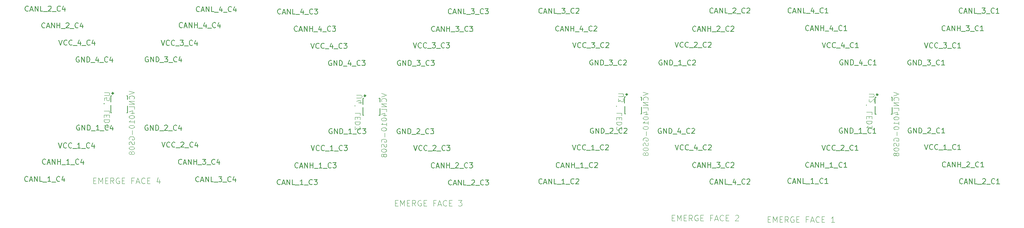
<source format=gbr>
G04 #@! TF.FileFunction,Legend,Bot*
%FSLAX46Y46*%
G04 Gerber Fmt 4.6, Leading zero omitted, Abs format (unit mm)*
G04 Created by KiCad (PCBNEW 4.0.6) date 05/08/17 07:22:45*
%MOMM*%
%LPD*%
G01*
G04 APERTURE LIST*
%ADD10C,0.100000*%
%ADD11C,0.113792*%
%ADD12C,0.127000*%
%ADD13C,0.304800*%
%ADD14C,0.101600*%
G04 APERTURE END LIST*
D10*
D11*
X211920833Y-131749140D02*
X212371260Y-131749140D01*
X212564300Y-132456953D02*
X211920833Y-132456953D01*
X211920833Y-131105673D01*
X212564300Y-131105673D01*
X213143420Y-132456953D02*
X213143420Y-131105673D01*
X213593847Y-132070873D01*
X214044274Y-131105673D01*
X214044274Y-132456953D01*
X214687740Y-131749140D02*
X215138167Y-131749140D01*
X215331207Y-132456953D02*
X214687740Y-132456953D01*
X214687740Y-131105673D01*
X215331207Y-131105673D01*
X216682487Y-132456953D02*
X216232061Y-131813487D01*
X215910327Y-132456953D02*
X215910327Y-131105673D01*
X216425101Y-131105673D01*
X216553794Y-131170020D01*
X216618141Y-131234367D01*
X216682487Y-131363060D01*
X216682487Y-131556100D01*
X216618141Y-131684793D01*
X216553794Y-131749140D01*
X216425101Y-131813487D01*
X215910327Y-131813487D01*
X217969421Y-131170020D02*
X217840727Y-131105673D01*
X217647687Y-131105673D01*
X217454647Y-131170020D01*
X217325954Y-131298713D01*
X217261607Y-131427407D01*
X217197261Y-131684793D01*
X217197261Y-131877833D01*
X217261607Y-132135220D01*
X217325954Y-132263913D01*
X217454647Y-132392607D01*
X217647687Y-132456953D01*
X217776381Y-132456953D01*
X217969421Y-132392607D01*
X218033767Y-132328260D01*
X218033767Y-131877833D01*
X217776381Y-131877833D01*
X218612887Y-131749140D02*
X219063314Y-131749140D01*
X219256354Y-132456953D02*
X218612887Y-132456953D01*
X218612887Y-131105673D01*
X219256354Y-131105673D01*
X221315448Y-131749140D02*
X220865021Y-131749140D01*
X220865021Y-132456953D02*
X220865021Y-131105673D01*
X221508488Y-131105673D01*
X221958915Y-132070873D02*
X222602381Y-132070873D01*
X221830221Y-132456953D02*
X222280648Y-131105673D01*
X222731075Y-132456953D01*
X223953661Y-132328260D02*
X223889315Y-132392607D01*
X223696275Y-132456953D01*
X223567581Y-132456953D01*
X223374541Y-132392607D01*
X223245848Y-132263913D01*
X223181501Y-132135220D01*
X223117155Y-131877833D01*
X223117155Y-131684793D01*
X223181501Y-131427407D01*
X223245848Y-131298713D01*
X223374541Y-131170020D01*
X223567581Y-131105673D01*
X223696275Y-131105673D01*
X223889315Y-131170020D01*
X223953661Y-131234367D01*
X224532781Y-131749140D02*
X224983208Y-131749140D01*
X225176248Y-132456953D02*
X224532781Y-132456953D01*
X224532781Y-131105673D01*
X225176248Y-131105673D01*
X227492729Y-132456953D02*
X226720569Y-132456953D01*
X227106649Y-132456953D02*
X227106649Y-131105673D01*
X226977955Y-131298713D01*
X226849262Y-131427407D01*
X226720569Y-131491753D01*
X189511033Y-131394140D02*
X189961460Y-131394140D01*
X190154500Y-132101953D02*
X189511033Y-132101953D01*
X189511033Y-130750673D01*
X190154500Y-130750673D01*
X190733620Y-132101953D02*
X190733620Y-130750673D01*
X191184047Y-131715873D01*
X191634474Y-130750673D01*
X191634474Y-132101953D01*
X192277940Y-131394140D02*
X192728367Y-131394140D01*
X192921407Y-132101953D02*
X192277940Y-132101953D01*
X192277940Y-130750673D01*
X192921407Y-130750673D01*
X194272687Y-132101953D02*
X193822261Y-131458487D01*
X193500527Y-132101953D02*
X193500527Y-130750673D01*
X194015301Y-130750673D01*
X194143994Y-130815020D01*
X194208341Y-130879367D01*
X194272687Y-131008060D01*
X194272687Y-131201100D01*
X194208341Y-131329793D01*
X194143994Y-131394140D01*
X194015301Y-131458487D01*
X193500527Y-131458487D01*
X195559621Y-130815020D02*
X195430927Y-130750673D01*
X195237887Y-130750673D01*
X195044847Y-130815020D01*
X194916154Y-130943713D01*
X194851807Y-131072407D01*
X194787461Y-131329793D01*
X194787461Y-131522833D01*
X194851807Y-131780220D01*
X194916154Y-131908913D01*
X195044847Y-132037607D01*
X195237887Y-132101953D01*
X195366581Y-132101953D01*
X195559621Y-132037607D01*
X195623967Y-131973260D01*
X195623967Y-131522833D01*
X195366581Y-131522833D01*
X196203087Y-131394140D02*
X196653514Y-131394140D01*
X196846554Y-132101953D02*
X196203087Y-132101953D01*
X196203087Y-130750673D01*
X196846554Y-130750673D01*
X198905648Y-131394140D02*
X198455221Y-131394140D01*
X198455221Y-132101953D02*
X198455221Y-130750673D01*
X199098688Y-130750673D01*
X199549115Y-131715873D02*
X200192581Y-131715873D01*
X199420421Y-132101953D02*
X199870848Y-130750673D01*
X200321275Y-132101953D01*
X201543861Y-131973260D02*
X201479515Y-132037607D01*
X201286475Y-132101953D01*
X201157781Y-132101953D01*
X200964741Y-132037607D01*
X200836048Y-131908913D01*
X200771701Y-131780220D01*
X200707355Y-131522833D01*
X200707355Y-131329793D01*
X200771701Y-131072407D01*
X200836048Y-130943713D01*
X200964741Y-130815020D01*
X201157781Y-130750673D01*
X201286475Y-130750673D01*
X201479515Y-130815020D01*
X201543861Y-130879367D01*
X202122981Y-131394140D02*
X202573408Y-131394140D01*
X202766448Y-132101953D02*
X202122981Y-132101953D01*
X202122981Y-130750673D01*
X202766448Y-130750673D01*
X204310769Y-130879367D02*
X204375115Y-130815020D01*
X204503809Y-130750673D01*
X204825542Y-130750673D01*
X204954235Y-130815020D01*
X205018582Y-130879367D01*
X205082929Y-131008060D01*
X205082929Y-131136753D01*
X205018582Y-131329793D01*
X204246422Y-132101953D01*
X205082929Y-132101953D01*
X124810033Y-127919540D02*
X125260460Y-127919540D01*
X125453500Y-128627353D02*
X124810033Y-128627353D01*
X124810033Y-127276073D01*
X125453500Y-127276073D01*
X126032620Y-128627353D02*
X126032620Y-127276073D01*
X126483047Y-128241273D01*
X126933474Y-127276073D01*
X126933474Y-128627353D01*
X127576940Y-127919540D02*
X128027367Y-127919540D01*
X128220407Y-128627353D02*
X127576940Y-128627353D01*
X127576940Y-127276073D01*
X128220407Y-127276073D01*
X129571687Y-128627353D02*
X129121261Y-127983887D01*
X128799527Y-128627353D02*
X128799527Y-127276073D01*
X129314301Y-127276073D01*
X129442994Y-127340420D01*
X129507341Y-127404767D01*
X129571687Y-127533460D01*
X129571687Y-127726500D01*
X129507341Y-127855193D01*
X129442994Y-127919540D01*
X129314301Y-127983887D01*
X128799527Y-127983887D01*
X130858621Y-127340420D02*
X130729927Y-127276073D01*
X130536887Y-127276073D01*
X130343847Y-127340420D01*
X130215154Y-127469113D01*
X130150807Y-127597807D01*
X130086461Y-127855193D01*
X130086461Y-128048233D01*
X130150807Y-128305620D01*
X130215154Y-128434313D01*
X130343847Y-128563007D01*
X130536887Y-128627353D01*
X130665581Y-128627353D01*
X130858621Y-128563007D01*
X130922967Y-128498660D01*
X130922967Y-128048233D01*
X130665581Y-128048233D01*
X131502087Y-127919540D02*
X131952514Y-127919540D01*
X132145554Y-128627353D02*
X131502087Y-128627353D01*
X131502087Y-127276073D01*
X132145554Y-127276073D01*
X134204648Y-127919540D02*
X133754221Y-127919540D01*
X133754221Y-128627353D02*
X133754221Y-127276073D01*
X134397688Y-127276073D01*
X134848115Y-128241273D02*
X135491581Y-128241273D01*
X134719421Y-128627353D02*
X135169848Y-127276073D01*
X135620275Y-128627353D01*
X136842861Y-128498660D02*
X136778515Y-128563007D01*
X136585475Y-128627353D01*
X136456781Y-128627353D01*
X136263741Y-128563007D01*
X136135048Y-128434313D01*
X136070701Y-128305620D01*
X136006355Y-128048233D01*
X136006355Y-127855193D01*
X136070701Y-127597807D01*
X136135048Y-127469113D01*
X136263741Y-127340420D01*
X136456781Y-127276073D01*
X136585475Y-127276073D01*
X136778515Y-127340420D01*
X136842861Y-127404767D01*
X137421981Y-127919540D02*
X137872408Y-127919540D01*
X138065448Y-128627353D02*
X137421981Y-128627353D01*
X137421981Y-127276073D01*
X138065448Y-127276073D01*
X139545422Y-127276073D02*
X140381929Y-127276073D01*
X139931502Y-127790847D01*
X140124542Y-127790847D01*
X140253235Y-127855193D01*
X140317582Y-127919540D01*
X140381929Y-128048233D01*
X140381929Y-128369967D01*
X140317582Y-128498660D01*
X140253235Y-128563007D01*
X140124542Y-128627353D01*
X139738462Y-128627353D01*
X139609769Y-128563007D01*
X139545422Y-128498660D01*
X54271633Y-122667140D02*
X54722060Y-122667140D01*
X54915100Y-123374953D02*
X54271633Y-123374953D01*
X54271633Y-122023673D01*
X54915100Y-122023673D01*
X55494220Y-123374953D02*
X55494220Y-122023673D01*
X55944647Y-122988873D01*
X56395074Y-122023673D01*
X56395074Y-123374953D01*
X57038540Y-122667140D02*
X57488967Y-122667140D01*
X57682007Y-123374953D02*
X57038540Y-123374953D01*
X57038540Y-122023673D01*
X57682007Y-122023673D01*
X59033287Y-123374953D02*
X58582861Y-122731487D01*
X58261127Y-123374953D02*
X58261127Y-122023673D01*
X58775901Y-122023673D01*
X58904594Y-122088020D01*
X58968941Y-122152367D01*
X59033287Y-122281060D01*
X59033287Y-122474100D01*
X58968941Y-122602793D01*
X58904594Y-122667140D01*
X58775901Y-122731487D01*
X58261127Y-122731487D01*
X60320221Y-122088020D02*
X60191527Y-122023673D01*
X59998487Y-122023673D01*
X59805447Y-122088020D01*
X59676754Y-122216713D01*
X59612407Y-122345407D01*
X59548061Y-122602793D01*
X59548061Y-122795833D01*
X59612407Y-123053220D01*
X59676754Y-123181913D01*
X59805447Y-123310607D01*
X59998487Y-123374953D01*
X60127181Y-123374953D01*
X60320221Y-123310607D01*
X60384567Y-123246260D01*
X60384567Y-122795833D01*
X60127181Y-122795833D01*
X60963687Y-122667140D02*
X61414114Y-122667140D01*
X61607154Y-123374953D02*
X60963687Y-123374953D01*
X60963687Y-122023673D01*
X61607154Y-122023673D01*
X63666248Y-122667140D02*
X63215821Y-122667140D01*
X63215821Y-123374953D02*
X63215821Y-122023673D01*
X63859288Y-122023673D01*
X64309715Y-122988873D02*
X64953181Y-122988873D01*
X64181021Y-123374953D02*
X64631448Y-122023673D01*
X65081875Y-123374953D01*
X66304461Y-123246260D02*
X66240115Y-123310607D01*
X66047075Y-123374953D01*
X65918381Y-123374953D01*
X65725341Y-123310607D01*
X65596648Y-123181913D01*
X65532301Y-123053220D01*
X65467955Y-122795833D01*
X65467955Y-122602793D01*
X65532301Y-122345407D01*
X65596648Y-122216713D01*
X65725341Y-122088020D01*
X65918381Y-122023673D01*
X66047075Y-122023673D01*
X66240115Y-122088020D01*
X66304461Y-122152367D01*
X66883581Y-122667140D02*
X67334008Y-122667140D01*
X67527048Y-123374953D02*
X66883581Y-123374953D01*
X66883581Y-122023673D01*
X67527048Y-122023673D01*
X69714835Y-122474100D02*
X69714835Y-123374953D01*
X69393102Y-121959327D02*
X69071369Y-122924527D01*
X69907875Y-122924527D01*
D10*
G36*
X235085500Y-105089900D02*
X234885500Y-105089900D01*
X234885500Y-104889900D01*
X235085500Y-104889900D01*
X235085500Y-105089900D01*
G37*
G36*
X176640100Y-105343900D02*
X176440100Y-105343900D01*
X176440100Y-105143900D01*
X176640100Y-105143900D01*
X176640100Y-105343900D01*
G37*
G36*
X115495100Y-105272900D02*
X115295100Y-105272900D01*
X115295100Y-105072900D01*
X115495100Y-105072900D01*
X115495100Y-105272900D01*
G37*
G36*
X56869300Y-104770300D02*
X56669300Y-104770300D01*
X56669300Y-104570300D01*
X56869300Y-104570300D01*
X56869300Y-104770300D01*
G37*
D12*
X237218700Y-103135300D02*
X237018700Y-103135300D01*
X237018700Y-103135300D02*
X237018700Y-104575300D01*
X237028700Y-105285300D02*
X237028700Y-107095300D01*
X237028700Y-107095300D02*
X237208700Y-107095300D01*
X240768700Y-103145300D02*
X240968700Y-103145300D01*
X240968700Y-103145300D02*
X240968700Y-103975300D01*
X240758700Y-107085300D02*
X240978700Y-107085300D01*
X240978700Y-107085300D02*
X240978700Y-105475300D01*
D13*
X237642709Y-102525300D02*
G75*
G03X237642709Y-102525300I-164009J0D01*
G01*
D12*
X237520322Y-102525300D02*
G75*
G03X237520322Y-102525300I-31622J0D01*
G01*
X178646300Y-103084500D02*
X178446300Y-103084500D01*
X178446300Y-103084500D02*
X178446300Y-104524500D01*
X178456300Y-105234500D02*
X178456300Y-107044500D01*
X178456300Y-107044500D02*
X178636300Y-107044500D01*
X182196300Y-103094500D02*
X182396300Y-103094500D01*
X182396300Y-103094500D02*
X182396300Y-103924500D01*
X182186300Y-107034500D02*
X182406300Y-107034500D01*
X182406300Y-107034500D02*
X182406300Y-105424500D01*
D13*
X179070309Y-102474500D02*
G75*
G03X179070309Y-102474500I-164009J0D01*
G01*
D12*
X178947922Y-102474500D02*
G75*
G03X178947922Y-102474500I-31622J0D01*
G01*
X117475900Y-103394500D02*
X117275900Y-103394500D01*
X117275900Y-103394500D02*
X117275900Y-104834500D01*
X117285900Y-105544500D02*
X117285900Y-107354500D01*
X117285900Y-107354500D02*
X117465900Y-107354500D01*
X121025900Y-103404500D02*
X121225900Y-103404500D01*
X121225900Y-103404500D02*
X121225900Y-104234500D01*
X121015900Y-107344500D02*
X121235900Y-107344500D01*
X121235900Y-107344500D02*
X121235900Y-105734500D01*
D13*
X117899909Y-102784500D02*
G75*
G03X117899909Y-102784500I-164009J0D01*
G01*
D12*
X117777522Y-102784500D02*
G75*
G03X117777522Y-102784500I-31622J0D01*
G01*
X58519900Y-102815700D02*
X58319900Y-102815700D01*
X58319900Y-102815700D02*
X58319900Y-104255700D01*
X58329900Y-104965700D02*
X58329900Y-106775700D01*
X58329900Y-106775700D02*
X58509900Y-106775700D01*
X62069900Y-102825700D02*
X62269900Y-102825700D01*
X62269900Y-102825700D02*
X62269900Y-103655700D01*
X62059900Y-106765700D02*
X62279900Y-106765700D01*
X62279900Y-106765700D02*
X62279900Y-105155700D01*
D13*
X58943909Y-102205700D02*
G75*
G03X58943909Y-102205700I-164009J0D01*
G01*
D12*
X58821522Y-102205700D02*
G75*
G03X58821522Y-102205700I-31622J0D01*
G01*
D14*
X236198048Y-107221686D02*
X236198048Y-106647162D01*
X234991548Y-106647162D01*
X235566071Y-107623852D02*
X235566071Y-108026019D01*
X236198048Y-108198376D02*
X236198048Y-107623852D01*
X234991548Y-107623852D01*
X234991548Y-108198376D01*
X236198048Y-108715447D02*
X234991548Y-108715447D01*
X234991548Y-109002709D01*
X235049000Y-109175066D01*
X235163905Y-109289971D01*
X235278810Y-109347423D01*
X235508619Y-109404875D01*
X235680976Y-109404875D01*
X235910786Y-109347423D01*
X236025690Y-109289971D01*
X236140595Y-109175066D01*
X236198048Y-109002709D01*
X236198048Y-108715447D01*
X236198048Y-110553923D02*
X236198048Y-109864495D01*
X236198048Y-110209209D02*
X234991548Y-110209209D01*
X235163905Y-110094304D01*
X235278810Y-109979399D01*
X235336262Y-109864495D01*
X177752648Y-107475686D02*
X177752648Y-106901162D01*
X176546148Y-106901162D01*
X177120671Y-107877852D02*
X177120671Y-108280019D01*
X177752648Y-108452376D02*
X177752648Y-107877852D01*
X176546148Y-107877852D01*
X176546148Y-108452376D01*
X177752648Y-108969447D02*
X176546148Y-108969447D01*
X176546148Y-109256709D01*
X176603600Y-109429066D01*
X176718505Y-109543971D01*
X176833410Y-109601423D01*
X177063219Y-109658875D01*
X177235576Y-109658875D01*
X177465386Y-109601423D01*
X177580290Y-109543971D01*
X177695195Y-109429066D01*
X177752648Y-109256709D01*
X177752648Y-108969447D01*
X176661052Y-110118495D02*
X176603600Y-110175947D01*
X176546148Y-110290852D01*
X176546148Y-110578114D01*
X176603600Y-110693018D01*
X176661052Y-110750471D01*
X176775957Y-110807923D01*
X176890862Y-110807923D01*
X177063219Y-110750471D01*
X177752648Y-110061042D01*
X177752648Y-110807923D01*
X116607648Y-107404686D02*
X116607648Y-106830162D01*
X115401148Y-106830162D01*
X115975671Y-107806852D02*
X115975671Y-108209019D01*
X116607648Y-108381376D02*
X116607648Y-107806852D01*
X115401148Y-107806852D01*
X115401148Y-108381376D01*
X116607648Y-108898447D02*
X115401148Y-108898447D01*
X115401148Y-109185709D01*
X115458600Y-109358066D01*
X115573505Y-109472971D01*
X115688410Y-109530423D01*
X115918219Y-109587875D01*
X116090576Y-109587875D01*
X116320386Y-109530423D01*
X116435290Y-109472971D01*
X116550195Y-109358066D01*
X116607648Y-109185709D01*
X116607648Y-108898447D01*
X115401148Y-109990042D02*
X115401148Y-110736923D01*
X115860767Y-110334756D01*
X115860767Y-110507114D01*
X115918219Y-110622018D01*
X115975671Y-110679471D01*
X116090576Y-110736923D01*
X116377838Y-110736923D01*
X116492743Y-110679471D01*
X116550195Y-110622018D01*
X116607648Y-110507114D01*
X116607648Y-110162399D01*
X116550195Y-110047495D01*
X116492743Y-109990042D01*
X57981848Y-106902086D02*
X57981848Y-106327562D01*
X56775348Y-106327562D01*
X57349871Y-107304252D02*
X57349871Y-107706419D01*
X57981848Y-107878776D02*
X57981848Y-107304252D01*
X56775348Y-107304252D01*
X56775348Y-107878776D01*
X57981848Y-108395847D02*
X56775348Y-108395847D01*
X56775348Y-108683109D01*
X56832800Y-108855466D01*
X56947705Y-108970371D01*
X57062610Y-109027823D01*
X57292419Y-109085275D01*
X57464776Y-109085275D01*
X57694586Y-109027823D01*
X57809490Y-108970371D01*
X57924395Y-108855466D01*
X57981848Y-108683109D01*
X57981848Y-108395847D01*
X57177514Y-110119418D02*
X57981848Y-110119418D01*
X56717895Y-109832156D02*
X57579681Y-109544895D01*
X57579681Y-110291775D01*
D12*
X224552005Y-114370948D02*
X224954171Y-115577448D01*
X225356338Y-114370948D01*
X226447933Y-115462543D02*
X226390481Y-115519995D01*
X226218124Y-115577448D01*
X226103219Y-115577448D01*
X225930862Y-115519995D01*
X225815957Y-115405090D01*
X225758505Y-115290186D01*
X225701053Y-115060376D01*
X225701053Y-114888019D01*
X225758505Y-114658210D01*
X225815957Y-114543305D01*
X225930862Y-114428400D01*
X226103219Y-114370948D01*
X226218124Y-114370948D01*
X226390481Y-114428400D01*
X226447933Y-114485852D01*
X227654433Y-115462543D02*
X227596981Y-115519995D01*
X227424624Y-115577448D01*
X227309719Y-115577448D01*
X227137362Y-115519995D01*
X227022457Y-115405090D01*
X226965005Y-115290186D01*
X226907553Y-115060376D01*
X226907553Y-114888019D01*
X226965005Y-114658210D01*
X227022457Y-114543305D01*
X227137362Y-114428400D01*
X227309719Y-114370948D01*
X227424624Y-114370948D01*
X227596981Y-114428400D01*
X227654433Y-114485852D01*
X227884243Y-115692352D02*
X228803481Y-115692352D01*
X229033291Y-114485852D02*
X229090743Y-114428400D01*
X229205648Y-114370948D01*
X229492910Y-114370948D01*
X229607814Y-114428400D01*
X229665267Y-114485852D01*
X229722719Y-114600757D01*
X229722719Y-114715662D01*
X229665267Y-114888019D01*
X228975838Y-115577448D01*
X229722719Y-115577448D01*
X229952529Y-115692352D02*
X230871767Y-115692352D01*
X231848457Y-115462543D02*
X231791005Y-115519995D01*
X231618648Y-115577448D01*
X231503743Y-115577448D01*
X231331386Y-115519995D01*
X231216481Y-115405090D01*
X231159029Y-115290186D01*
X231101577Y-115060376D01*
X231101577Y-114888019D01*
X231159029Y-114658210D01*
X231216481Y-114543305D01*
X231331386Y-114428400D01*
X231503743Y-114370948D01*
X231618648Y-114370948D01*
X231791005Y-114428400D01*
X231848457Y-114485852D01*
X232997505Y-115577448D02*
X232308077Y-115577448D01*
X232652791Y-115577448D02*
X232652791Y-114370948D01*
X232537886Y-114543305D01*
X232422981Y-114658210D01*
X232308077Y-114715662D01*
X248548005Y-114195948D02*
X248950171Y-115402448D01*
X249352338Y-114195948D01*
X250443933Y-115287543D02*
X250386481Y-115344995D01*
X250214124Y-115402448D01*
X250099219Y-115402448D01*
X249926862Y-115344995D01*
X249811957Y-115230090D01*
X249754505Y-115115186D01*
X249697053Y-114885376D01*
X249697053Y-114713019D01*
X249754505Y-114483210D01*
X249811957Y-114368305D01*
X249926862Y-114253400D01*
X250099219Y-114195948D01*
X250214124Y-114195948D01*
X250386481Y-114253400D01*
X250443933Y-114310852D01*
X251650433Y-115287543D02*
X251592981Y-115344995D01*
X251420624Y-115402448D01*
X251305719Y-115402448D01*
X251133362Y-115344995D01*
X251018457Y-115230090D01*
X250961005Y-115115186D01*
X250903553Y-114885376D01*
X250903553Y-114713019D01*
X250961005Y-114483210D01*
X251018457Y-114368305D01*
X251133362Y-114253400D01*
X251305719Y-114195948D01*
X251420624Y-114195948D01*
X251592981Y-114253400D01*
X251650433Y-114310852D01*
X251880243Y-115517352D02*
X252799481Y-115517352D01*
X253718719Y-115402448D02*
X253029291Y-115402448D01*
X253374005Y-115402448D02*
X253374005Y-114195948D01*
X253259100Y-114368305D01*
X253144195Y-114483210D01*
X253029291Y-114540662D01*
X253948529Y-115517352D02*
X254867767Y-115517352D01*
X255844457Y-115287543D02*
X255787005Y-115344995D01*
X255614648Y-115402448D01*
X255499743Y-115402448D01*
X255327386Y-115344995D01*
X255212481Y-115230090D01*
X255155029Y-115115186D01*
X255097577Y-114885376D01*
X255097577Y-114713019D01*
X255155029Y-114483210D01*
X255212481Y-114368305D01*
X255327386Y-114253400D01*
X255499743Y-114195948D01*
X255614648Y-114195948D01*
X255787005Y-114253400D01*
X255844457Y-114310852D01*
X256993505Y-115402448D02*
X256304077Y-115402448D01*
X256648791Y-115402448D02*
X256648791Y-114195948D01*
X256533886Y-114368305D01*
X256418981Y-114483210D01*
X256304077Y-114540662D01*
X248545005Y-90379948D02*
X248947171Y-91586448D01*
X249349338Y-90379948D01*
X250440933Y-91471543D02*
X250383481Y-91528995D01*
X250211124Y-91586448D01*
X250096219Y-91586448D01*
X249923862Y-91528995D01*
X249808957Y-91414090D01*
X249751505Y-91299186D01*
X249694053Y-91069376D01*
X249694053Y-90897019D01*
X249751505Y-90667210D01*
X249808957Y-90552305D01*
X249923862Y-90437400D01*
X250096219Y-90379948D01*
X250211124Y-90379948D01*
X250383481Y-90437400D01*
X250440933Y-90494852D01*
X251647433Y-91471543D02*
X251589981Y-91528995D01*
X251417624Y-91586448D01*
X251302719Y-91586448D01*
X251130362Y-91528995D01*
X251015457Y-91414090D01*
X250958005Y-91299186D01*
X250900553Y-91069376D01*
X250900553Y-90897019D01*
X250958005Y-90667210D01*
X251015457Y-90552305D01*
X251130362Y-90437400D01*
X251302719Y-90379948D01*
X251417624Y-90379948D01*
X251589981Y-90437400D01*
X251647433Y-90494852D01*
X251877243Y-91701352D02*
X252796481Y-91701352D01*
X252968838Y-90379948D02*
X253715719Y-90379948D01*
X253313552Y-90839567D01*
X253485910Y-90839567D01*
X253600814Y-90897019D01*
X253658267Y-90954471D01*
X253715719Y-91069376D01*
X253715719Y-91356638D01*
X253658267Y-91471543D01*
X253600814Y-91528995D01*
X253485910Y-91586448D01*
X253141195Y-91586448D01*
X253026291Y-91528995D01*
X252968838Y-91471543D01*
X253945529Y-91701352D02*
X254864767Y-91701352D01*
X255841457Y-91471543D02*
X255784005Y-91528995D01*
X255611648Y-91586448D01*
X255496743Y-91586448D01*
X255324386Y-91528995D01*
X255209481Y-91414090D01*
X255152029Y-91299186D01*
X255094577Y-91069376D01*
X255094577Y-90897019D01*
X255152029Y-90667210D01*
X255209481Y-90552305D01*
X255324386Y-90437400D01*
X255496743Y-90379948D01*
X255611648Y-90379948D01*
X255784005Y-90437400D01*
X255841457Y-90494852D01*
X256990505Y-91586448D02*
X256301077Y-91586448D01*
X256645791Y-91586448D02*
X256645791Y-90379948D01*
X256530886Y-90552305D01*
X256415981Y-90667210D01*
X256301077Y-90724662D01*
X224624005Y-90322948D02*
X225026171Y-91529448D01*
X225428338Y-90322948D01*
X226519933Y-91414543D02*
X226462481Y-91471995D01*
X226290124Y-91529448D01*
X226175219Y-91529448D01*
X226002862Y-91471995D01*
X225887957Y-91357090D01*
X225830505Y-91242186D01*
X225773053Y-91012376D01*
X225773053Y-90840019D01*
X225830505Y-90610210D01*
X225887957Y-90495305D01*
X226002862Y-90380400D01*
X226175219Y-90322948D01*
X226290124Y-90322948D01*
X226462481Y-90380400D01*
X226519933Y-90437852D01*
X227726433Y-91414543D02*
X227668981Y-91471995D01*
X227496624Y-91529448D01*
X227381719Y-91529448D01*
X227209362Y-91471995D01*
X227094457Y-91357090D01*
X227037005Y-91242186D01*
X226979553Y-91012376D01*
X226979553Y-90840019D01*
X227037005Y-90610210D01*
X227094457Y-90495305D01*
X227209362Y-90380400D01*
X227381719Y-90322948D01*
X227496624Y-90322948D01*
X227668981Y-90380400D01*
X227726433Y-90437852D01*
X227956243Y-91644352D02*
X228875481Y-91644352D01*
X229679814Y-90725114D02*
X229679814Y-91529448D01*
X229392552Y-90265495D02*
X229105291Y-91127281D01*
X229852171Y-91127281D01*
X230024529Y-91644352D02*
X230943767Y-91644352D01*
X231920457Y-91414543D02*
X231863005Y-91471995D01*
X231690648Y-91529448D01*
X231575743Y-91529448D01*
X231403386Y-91471995D01*
X231288481Y-91357090D01*
X231231029Y-91242186D01*
X231173577Y-91012376D01*
X231173577Y-90840019D01*
X231231029Y-90610210D01*
X231288481Y-90495305D01*
X231403386Y-90380400D01*
X231575743Y-90322948D01*
X231690648Y-90322948D01*
X231863005Y-90380400D01*
X231920457Y-90437852D01*
X233069505Y-91529448D02*
X232380077Y-91529448D01*
X232724791Y-91529448D02*
X232724791Y-90322948D01*
X232609886Y-90495305D01*
X232494981Y-90610210D01*
X232380077Y-90667662D01*
X245379338Y-110400400D02*
X245264433Y-110342948D01*
X245092076Y-110342948D01*
X244919719Y-110400400D01*
X244804814Y-110515305D01*
X244747362Y-110630210D01*
X244689910Y-110860019D01*
X244689910Y-111032376D01*
X244747362Y-111262186D01*
X244804814Y-111377090D01*
X244919719Y-111491995D01*
X245092076Y-111549448D01*
X245206981Y-111549448D01*
X245379338Y-111491995D01*
X245436790Y-111434543D01*
X245436790Y-111032376D01*
X245206981Y-111032376D01*
X245953862Y-111549448D02*
X245953862Y-110342948D01*
X246643290Y-111549448D01*
X246643290Y-110342948D01*
X247217814Y-111549448D02*
X247217814Y-110342948D01*
X247505076Y-110342948D01*
X247677433Y-110400400D01*
X247792338Y-110515305D01*
X247849790Y-110630210D01*
X247907242Y-110860019D01*
X247907242Y-111032376D01*
X247849790Y-111262186D01*
X247792338Y-111377090D01*
X247677433Y-111491995D01*
X247505076Y-111549448D01*
X247217814Y-111549448D01*
X248137052Y-111664352D02*
X249056290Y-111664352D01*
X249286100Y-110457852D02*
X249343552Y-110400400D01*
X249458457Y-110342948D01*
X249745719Y-110342948D01*
X249860623Y-110400400D01*
X249918076Y-110457852D01*
X249975528Y-110572757D01*
X249975528Y-110687662D01*
X249918076Y-110860019D01*
X249228647Y-111549448D01*
X249975528Y-111549448D01*
X250205338Y-111664352D02*
X251124576Y-111664352D01*
X252101266Y-111434543D02*
X252043814Y-111491995D01*
X251871457Y-111549448D01*
X251756552Y-111549448D01*
X251584195Y-111491995D01*
X251469290Y-111377090D01*
X251411838Y-111262186D01*
X251354386Y-111032376D01*
X251354386Y-110860019D01*
X251411838Y-110630210D01*
X251469290Y-110515305D01*
X251584195Y-110400400D01*
X251756552Y-110342948D01*
X251871457Y-110342948D01*
X252043814Y-110400400D01*
X252101266Y-110457852D01*
X253250314Y-111549448D02*
X252560886Y-111549448D01*
X252905600Y-111549448D02*
X252905600Y-110342948D01*
X252790695Y-110515305D01*
X252675790Y-110630210D01*
X252560886Y-110687662D01*
X229319338Y-110428400D02*
X229204433Y-110370948D01*
X229032076Y-110370948D01*
X228859719Y-110428400D01*
X228744814Y-110543305D01*
X228687362Y-110658210D01*
X228629910Y-110888019D01*
X228629910Y-111060376D01*
X228687362Y-111290186D01*
X228744814Y-111405090D01*
X228859719Y-111519995D01*
X229032076Y-111577448D01*
X229146981Y-111577448D01*
X229319338Y-111519995D01*
X229376790Y-111462543D01*
X229376790Y-111060376D01*
X229146981Y-111060376D01*
X229893862Y-111577448D02*
X229893862Y-110370948D01*
X230583290Y-111577448D01*
X230583290Y-110370948D01*
X231157814Y-111577448D02*
X231157814Y-110370948D01*
X231445076Y-110370948D01*
X231617433Y-110428400D01*
X231732338Y-110543305D01*
X231789790Y-110658210D01*
X231847242Y-110888019D01*
X231847242Y-111060376D01*
X231789790Y-111290186D01*
X231732338Y-111405090D01*
X231617433Y-111519995D01*
X231445076Y-111577448D01*
X231157814Y-111577448D01*
X232077052Y-111692352D02*
X232996290Y-111692352D01*
X233915528Y-111577448D02*
X233226100Y-111577448D01*
X233570814Y-111577448D02*
X233570814Y-110370948D01*
X233455909Y-110543305D01*
X233341004Y-110658210D01*
X233226100Y-110715662D01*
X234145338Y-111692352D02*
X235064576Y-111692352D01*
X236041266Y-111462543D02*
X235983814Y-111519995D01*
X235811457Y-111577448D01*
X235696552Y-111577448D01*
X235524195Y-111519995D01*
X235409290Y-111405090D01*
X235351838Y-111290186D01*
X235294386Y-111060376D01*
X235294386Y-110888019D01*
X235351838Y-110658210D01*
X235409290Y-110543305D01*
X235524195Y-110428400D01*
X235696552Y-110370948D01*
X235811457Y-110370948D01*
X235983814Y-110428400D01*
X236041266Y-110485852D01*
X237190314Y-111577448D02*
X236500886Y-111577448D01*
X236845600Y-111577448D02*
X236845600Y-110370948D01*
X236730695Y-110543305D01*
X236615790Y-110658210D01*
X236500886Y-110715662D01*
X245346338Y-94465400D02*
X245231433Y-94407948D01*
X245059076Y-94407948D01*
X244886719Y-94465400D01*
X244771814Y-94580305D01*
X244714362Y-94695210D01*
X244656910Y-94925019D01*
X244656910Y-95097376D01*
X244714362Y-95327186D01*
X244771814Y-95442090D01*
X244886719Y-95556995D01*
X245059076Y-95614448D01*
X245173981Y-95614448D01*
X245346338Y-95556995D01*
X245403790Y-95499543D01*
X245403790Y-95097376D01*
X245173981Y-95097376D01*
X245920862Y-95614448D02*
X245920862Y-94407948D01*
X246610290Y-95614448D01*
X246610290Y-94407948D01*
X247184814Y-95614448D02*
X247184814Y-94407948D01*
X247472076Y-94407948D01*
X247644433Y-94465400D01*
X247759338Y-94580305D01*
X247816790Y-94695210D01*
X247874242Y-94925019D01*
X247874242Y-95097376D01*
X247816790Y-95327186D01*
X247759338Y-95442090D01*
X247644433Y-95556995D01*
X247472076Y-95614448D01*
X247184814Y-95614448D01*
X248104052Y-95729352D02*
X249023290Y-95729352D01*
X249195647Y-94407948D02*
X249942528Y-94407948D01*
X249540361Y-94867567D01*
X249712719Y-94867567D01*
X249827623Y-94925019D01*
X249885076Y-94982471D01*
X249942528Y-95097376D01*
X249942528Y-95384638D01*
X249885076Y-95499543D01*
X249827623Y-95556995D01*
X249712719Y-95614448D01*
X249368004Y-95614448D01*
X249253100Y-95556995D01*
X249195647Y-95499543D01*
X250172338Y-95729352D02*
X251091576Y-95729352D01*
X252068266Y-95499543D02*
X252010814Y-95556995D01*
X251838457Y-95614448D01*
X251723552Y-95614448D01*
X251551195Y-95556995D01*
X251436290Y-95442090D01*
X251378838Y-95327186D01*
X251321386Y-95097376D01*
X251321386Y-94925019D01*
X251378838Y-94695210D01*
X251436290Y-94580305D01*
X251551195Y-94465400D01*
X251723552Y-94407948D01*
X251838457Y-94407948D01*
X252010814Y-94465400D01*
X252068266Y-94522852D01*
X253217314Y-95614448D02*
X252527886Y-95614448D01*
X252872600Y-95614448D02*
X252872600Y-94407948D01*
X252757695Y-94580305D01*
X252642790Y-94695210D01*
X252527886Y-94752662D01*
X229420338Y-94426400D02*
X229305433Y-94368948D01*
X229133076Y-94368948D01*
X228960719Y-94426400D01*
X228845814Y-94541305D01*
X228788362Y-94656210D01*
X228730910Y-94886019D01*
X228730910Y-95058376D01*
X228788362Y-95288186D01*
X228845814Y-95403090D01*
X228960719Y-95517995D01*
X229133076Y-95575448D01*
X229247981Y-95575448D01*
X229420338Y-95517995D01*
X229477790Y-95460543D01*
X229477790Y-95058376D01*
X229247981Y-95058376D01*
X229994862Y-95575448D02*
X229994862Y-94368948D01*
X230684290Y-95575448D01*
X230684290Y-94368948D01*
X231258814Y-95575448D02*
X231258814Y-94368948D01*
X231546076Y-94368948D01*
X231718433Y-94426400D01*
X231833338Y-94541305D01*
X231890790Y-94656210D01*
X231948242Y-94886019D01*
X231948242Y-95058376D01*
X231890790Y-95288186D01*
X231833338Y-95403090D01*
X231718433Y-95517995D01*
X231546076Y-95575448D01*
X231258814Y-95575448D01*
X232178052Y-95690352D02*
X233097290Y-95690352D01*
X233901623Y-94771114D02*
X233901623Y-95575448D01*
X233614361Y-94311495D02*
X233327100Y-95173281D01*
X234073980Y-95173281D01*
X234246338Y-95690352D02*
X235165576Y-95690352D01*
X236142266Y-95460543D02*
X236084814Y-95517995D01*
X235912457Y-95575448D01*
X235797552Y-95575448D01*
X235625195Y-95517995D01*
X235510290Y-95403090D01*
X235452838Y-95288186D01*
X235395386Y-95058376D01*
X235395386Y-94886019D01*
X235452838Y-94656210D01*
X235510290Y-94541305D01*
X235625195Y-94426400D01*
X235797552Y-94368948D01*
X235912457Y-94368948D01*
X236084814Y-94426400D01*
X236142266Y-94483852D01*
X237291314Y-95575448D02*
X236601886Y-95575448D01*
X236946600Y-95575448D02*
X236946600Y-94368948D01*
X236831695Y-94541305D01*
X236716790Y-94656210D01*
X236601886Y-94713662D01*
X257461790Y-123314543D02*
X257404338Y-123371995D01*
X257231981Y-123429448D01*
X257117076Y-123429448D01*
X256944719Y-123371995D01*
X256829814Y-123257090D01*
X256772362Y-123142186D01*
X256714910Y-122912376D01*
X256714910Y-122740019D01*
X256772362Y-122510210D01*
X256829814Y-122395305D01*
X256944719Y-122280400D01*
X257117076Y-122222948D01*
X257231981Y-122222948D01*
X257404338Y-122280400D01*
X257461790Y-122337852D01*
X257921410Y-123084733D02*
X258495933Y-123084733D01*
X257806505Y-123429448D02*
X258208671Y-122222948D01*
X258610838Y-123429448D01*
X259013005Y-123429448D02*
X259013005Y-122222948D01*
X259702433Y-123429448D01*
X259702433Y-122222948D01*
X260851481Y-123429448D02*
X260276957Y-123429448D01*
X260276957Y-122222948D01*
X260966385Y-123544352D02*
X261885623Y-123544352D01*
X262115433Y-122337852D02*
X262172885Y-122280400D01*
X262287790Y-122222948D01*
X262575052Y-122222948D01*
X262689956Y-122280400D01*
X262747409Y-122337852D01*
X262804861Y-122452757D01*
X262804861Y-122567662D01*
X262747409Y-122740019D01*
X262057980Y-123429448D01*
X262804861Y-123429448D01*
X263034671Y-123544352D02*
X263953909Y-123544352D01*
X264930599Y-123314543D02*
X264873147Y-123371995D01*
X264700790Y-123429448D01*
X264585885Y-123429448D01*
X264413528Y-123371995D01*
X264298623Y-123257090D01*
X264241171Y-123142186D01*
X264183719Y-122912376D01*
X264183719Y-122740019D01*
X264241171Y-122510210D01*
X264298623Y-122395305D01*
X264413528Y-122280400D01*
X264585885Y-122222948D01*
X264700790Y-122222948D01*
X264873147Y-122280400D01*
X264930599Y-122337852D01*
X266079647Y-123429448D02*
X265390219Y-123429448D01*
X265734933Y-123429448D02*
X265734933Y-122222948D01*
X265620028Y-122395305D01*
X265505123Y-122510210D01*
X265390219Y-122567662D01*
X217335790Y-123224543D02*
X217278338Y-123281995D01*
X217105981Y-123339448D01*
X216991076Y-123339448D01*
X216818719Y-123281995D01*
X216703814Y-123167090D01*
X216646362Y-123052186D01*
X216588910Y-122822376D01*
X216588910Y-122650019D01*
X216646362Y-122420210D01*
X216703814Y-122305305D01*
X216818719Y-122190400D01*
X216991076Y-122132948D01*
X217105981Y-122132948D01*
X217278338Y-122190400D01*
X217335790Y-122247852D01*
X217795410Y-122994733D02*
X218369933Y-122994733D01*
X217680505Y-123339448D02*
X218082671Y-122132948D01*
X218484838Y-123339448D01*
X218887005Y-123339448D02*
X218887005Y-122132948D01*
X219576433Y-123339448D01*
X219576433Y-122132948D01*
X220725481Y-123339448D02*
X220150957Y-123339448D01*
X220150957Y-122132948D01*
X220840385Y-123454352D02*
X221759623Y-123454352D01*
X222678861Y-123339448D02*
X221989433Y-123339448D01*
X222334147Y-123339448D02*
X222334147Y-122132948D01*
X222219242Y-122305305D01*
X222104337Y-122420210D01*
X221989433Y-122477662D01*
X222908671Y-123454352D02*
X223827909Y-123454352D01*
X224804599Y-123224543D02*
X224747147Y-123281995D01*
X224574790Y-123339448D01*
X224459885Y-123339448D01*
X224287528Y-123281995D01*
X224172623Y-123167090D01*
X224115171Y-123052186D01*
X224057719Y-122822376D01*
X224057719Y-122650019D01*
X224115171Y-122420210D01*
X224172623Y-122305305D01*
X224287528Y-122190400D01*
X224459885Y-122132948D01*
X224574790Y-122132948D01*
X224747147Y-122190400D01*
X224804599Y-122247852D01*
X225953647Y-123339448D02*
X225264219Y-123339448D01*
X225608933Y-123339448D02*
X225608933Y-122132948D01*
X225494028Y-122305305D01*
X225379123Y-122420210D01*
X225264219Y-122477662D01*
X257375790Y-83342543D02*
X257318338Y-83399995D01*
X257145981Y-83457448D01*
X257031076Y-83457448D01*
X256858719Y-83399995D01*
X256743814Y-83285090D01*
X256686362Y-83170186D01*
X256628910Y-82940376D01*
X256628910Y-82768019D01*
X256686362Y-82538210D01*
X256743814Y-82423305D01*
X256858719Y-82308400D01*
X257031076Y-82250948D01*
X257145981Y-82250948D01*
X257318338Y-82308400D01*
X257375790Y-82365852D01*
X257835410Y-83112733D02*
X258409933Y-83112733D01*
X257720505Y-83457448D02*
X258122671Y-82250948D01*
X258524838Y-83457448D01*
X258927005Y-83457448D02*
X258927005Y-82250948D01*
X259616433Y-83457448D01*
X259616433Y-82250948D01*
X260765481Y-83457448D02*
X260190957Y-83457448D01*
X260190957Y-82250948D01*
X260880385Y-83572352D02*
X261799623Y-83572352D01*
X261971980Y-82250948D02*
X262718861Y-82250948D01*
X262316694Y-82710567D01*
X262489052Y-82710567D01*
X262603956Y-82768019D01*
X262661409Y-82825471D01*
X262718861Y-82940376D01*
X262718861Y-83227638D01*
X262661409Y-83342543D01*
X262603956Y-83399995D01*
X262489052Y-83457448D01*
X262144337Y-83457448D01*
X262029433Y-83399995D01*
X261971980Y-83342543D01*
X262948671Y-83572352D02*
X263867909Y-83572352D01*
X264844599Y-83342543D02*
X264787147Y-83399995D01*
X264614790Y-83457448D01*
X264499885Y-83457448D01*
X264327528Y-83399995D01*
X264212623Y-83285090D01*
X264155171Y-83170186D01*
X264097719Y-82940376D01*
X264097719Y-82768019D01*
X264155171Y-82538210D01*
X264212623Y-82423305D01*
X264327528Y-82308400D01*
X264499885Y-82250948D01*
X264614790Y-82250948D01*
X264787147Y-82308400D01*
X264844599Y-82365852D01*
X265993647Y-83457448D02*
X265304219Y-83457448D01*
X265648933Y-83457448D02*
X265648933Y-82250948D01*
X265534028Y-82423305D01*
X265419123Y-82538210D01*
X265304219Y-82595662D01*
X217386790Y-83291543D02*
X217329338Y-83348995D01*
X217156981Y-83406448D01*
X217042076Y-83406448D01*
X216869719Y-83348995D01*
X216754814Y-83234090D01*
X216697362Y-83119186D01*
X216639910Y-82889376D01*
X216639910Y-82717019D01*
X216697362Y-82487210D01*
X216754814Y-82372305D01*
X216869719Y-82257400D01*
X217042076Y-82199948D01*
X217156981Y-82199948D01*
X217329338Y-82257400D01*
X217386790Y-82314852D01*
X217846410Y-83061733D02*
X218420933Y-83061733D01*
X217731505Y-83406448D02*
X218133671Y-82199948D01*
X218535838Y-83406448D01*
X218938005Y-83406448D02*
X218938005Y-82199948D01*
X219627433Y-83406448D01*
X219627433Y-82199948D01*
X220776481Y-83406448D02*
X220201957Y-83406448D01*
X220201957Y-82199948D01*
X220891385Y-83521352D02*
X221810623Y-83521352D01*
X222614956Y-82602114D02*
X222614956Y-83406448D01*
X222327694Y-82142495D02*
X222040433Y-83004281D01*
X222787313Y-83004281D01*
X222959671Y-83521352D02*
X223878909Y-83521352D01*
X224855599Y-83291543D02*
X224798147Y-83348995D01*
X224625790Y-83406448D01*
X224510885Y-83406448D01*
X224338528Y-83348995D01*
X224223623Y-83234090D01*
X224166171Y-83119186D01*
X224108719Y-82889376D01*
X224108719Y-82717019D01*
X224166171Y-82487210D01*
X224223623Y-82372305D01*
X224338528Y-82257400D01*
X224510885Y-82199948D01*
X224625790Y-82199948D01*
X224798147Y-82257400D01*
X224855599Y-82314852D01*
X226004647Y-83406448D02*
X225315219Y-83406448D01*
X225659933Y-83406448D02*
X225659933Y-82199948D01*
X225545028Y-82372305D01*
X225430123Y-82487210D01*
X225315219Y-82544662D01*
X253467790Y-119383543D02*
X253410338Y-119440995D01*
X253237981Y-119498448D01*
X253123076Y-119498448D01*
X252950719Y-119440995D01*
X252835814Y-119326090D01*
X252778362Y-119211186D01*
X252720910Y-118981376D01*
X252720910Y-118809019D01*
X252778362Y-118579210D01*
X252835814Y-118464305D01*
X252950719Y-118349400D01*
X253123076Y-118291948D01*
X253237981Y-118291948D01*
X253410338Y-118349400D01*
X253467790Y-118406852D01*
X253927410Y-119153733D02*
X254501933Y-119153733D01*
X253812505Y-119498448D02*
X254214671Y-118291948D01*
X254616838Y-119498448D01*
X255019005Y-119498448D02*
X255019005Y-118291948D01*
X255708433Y-119498448D01*
X255708433Y-118291948D01*
X256282957Y-119498448D02*
X256282957Y-118291948D01*
X256282957Y-118866471D02*
X256972385Y-118866471D01*
X256972385Y-119498448D02*
X256972385Y-118291948D01*
X257259647Y-119613352D02*
X258178885Y-119613352D01*
X258408695Y-118406852D02*
X258466147Y-118349400D01*
X258581052Y-118291948D01*
X258868314Y-118291948D01*
X258983218Y-118349400D01*
X259040671Y-118406852D01*
X259098123Y-118521757D01*
X259098123Y-118636662D01*
X259040671Y-118809019D01*
X258351242Y-119498448D01*
X259098123Y-119498448D01*
X259327933Y-119613352D02*
X260247171Y-119613352D01*
X261223861Y-119383543D02*
X261166409Y-119440995D01*
X260994052Y-119498448D01*
X260879147Y-119498448D01*
X260706790Y-119440995D01*
X260591885Y-119326090D01*
X260534433Y-119211186D01*
X260476981Y-118981376D01*
X260476981Y-118809019D01*
X260534433Y-118579210D01*
X260591885Y-118464305D01*
X260706790Y-118349400D01*
X260879147Y-118291948D01*
X260994052Y-118291948D01*
X261166409Y-118349400D01*
X261223861Y-118406852D01*
X262372909Y-119498448D02*
X261683481Y-119498448D01*
X262028195Y-119498448D02*
X262028195Y-118291948D01*
X261913290Y-118464305D01*
X261798385Y-118579210D01*
X261683481Y-118636662D01*
X221505790Y-119479543D02*
X221448338Y-119536995D01*
X221275981Y-119594448D01*
X221161076Y-119594448D01*
X220988719Y-119536995D01*
X220873814Y-119422090D01*
X220816362Y-119307186D01*
X220758910Y-119077376D01*
X220758910Y-118905019D01*
X220816362Y-118675210D01*
X220873814Y-118560305D01*
X220988719Y-118445400D01*
X221161076Y-118387948D01*
X221275981Y-118387948D01*
X221448338Y-118445400D01*
X221505790Y-118502852D01*
X221965410Y-119249733D02*
X222539933Y-119249733D01*
X221850505Y-119594448D02*
X222252671Y-118387948D01*
X222654838Y-119594448D01*
X223057005Y-119594448D02*
X223057005Y-118387948D01*
X223746433Y-119594448D01*
X223746433Y-118387948D01*
X224320957Y-119594448D02*
X224320957Y-118387948D01*
X224320957Y-118962471D02*
X225010385Y-118962471D01*
X225010385Y-119594448D02*
X225010385Y-118387948D01*
X225297647Y-119709352D02*
X226216885Y-119709352D01*
X227136123Y-119594448D02*
X226446695Y-119594448D01*
X226791409Y-119594448D02*
X226791409Y-118387948D01*
X226676504Y-118560305D01*
X226561599Y-118675210D01*
X226446695Y-118732662D01*
X227365933Y-119709352D02*
X228285171Y-119709352D01*
X229261861Y-119479543D02*
X229204409Y-119536995D01*
X229032052Y-119594448D01*
X228917147Y-119594448D01*
X228744790Y-119536995D01*
X228629885Y-119422090D01*
X228572433Y-119307186D01*
X228514981Y-119077376D01*
X228514981Y-118905019D01*
X228572433Y-118675210D01*
X228629885Y-118560305D01*
X228744790Y-118445400D01*
X228917147Y-118387948D01*
X229032052Y-118387948D01*
X229204409Y-118445400D01*
X229261861Y-118502852D01*
X230410909Y-119594448D02*
X229721481Y-119594448D01*
X230066195Y-119594448D02*
X230066195Y-118387948D01*
X229951290Y-118560305D01*
X229836385Y-118675210D01*
X229721481Y-118732662D01*
X253373790Y-87469543D02*
X253316338Y-87526995D01*
X253143981Y-87584448D01*
X253029076Y-87584448D01*
X252856719Y-87526995D01*
X252741814Y-87412090D01*
X252684362Y-87297186D01*
X252626910Y-87067376D01*
X252626910Y-86895019D01*
X252684362Y-86665210D01*
X252741814Y-86550305D01*
X252856719Y-86435400D01*
X253029076Y-86377948D01*
X253143981Y-86377948D01*
X253316338Y-86435400D01*
X253373790Y-86492852D01*
X253833410Y-87239733D02*
X254407933Y-87239733D01*
X253718505Y-87584448D02*
X254120671Y-86377948D01*
X254522838Y-87584448D01*
X254925005Y-87584448D02*
X254925005Y-86377948D01*
X255614433Y-87584448D01*
X255614433Y-86377948D01*
X256188957Y-87584448D02*
X256188957Y-86377948D01*
X256188957Y-86952471D02*
X256878385Y-86952471D01*
X256878385Y-87584448D02*
X256878385Y-86377948D01*
X257165647Y-87699352D02*
X258084885Y-87699352D01*
X258257242Y-86377948D02*
X259004123Y-86377948D01*
X258601956Y-86837567D01*
X258774314Y-86837567D01*
X258889218Y-86895019D01*
X258946671Y-86952471D01*
X259004123Y-87067376D01*
X259004123Y-87354638D01*
X258946671Y-87469543D01*
X258889218Y-87526995D01*
X258774314Y-87584448D01*
X258429599Y-87584448D01*
X258314695Y-87526995D01*
X258257242Y-87469543D01*
X259233933Y-87699352D02*
X260153171Y-87699352D01*
X261129861Y-87469543D02*
X261072409Y-87526995D01*
X260900052Y-87584448D01*
X260785147Y-87584448D01*
X260612790Y-87526995D01*
X260497885Y-87412090D01*
X260440433Y-87297186D01*
X260382981Y-87067376D01*
X260382981Y-86895019D01*
X260440433Y-86665210D01*
X260497885Y-86550305D01*
X260612790Y-86435400D01*
X260785147Y-86377948D01*
X260900052Y-86377948D01*
X261072409Y-86435400D01*
X261129861Y-86492852D01*
X262278909Y-87584448D02*
X261589481Y-87584448D01*
X261934195Y-87584448D02*
X261934195Y-86377948D01*
X261819290Y-86550305D01*
X261704385Y-86665210D01*
X261589481Y-86722662D01*
X221485790Y-87408543D02*
X221428338Y-87465995D01*
X221255981Y-87523448D01*
X221141076Y-87523448D01*
X220968719Y-87465995D01*
X220853814Y-87351090D01*
X220796362Y-87236186D01*
X220738910Y-87006376D01*
X220738910Y-86834019D01*
X220796362Y-86604210D01*
X220853814Y-86489305D01*
X220968719Y-86374400D01*
X221141076Y-86316948D01*
X221255981Y-86316948D01*
X221428338Y-86374400D01*
X221485790Y-86431852D01*
X221945410Y-87178733D02*
X222519933Y-87178733D01*
X221830505Y-87523448D02*
X222232671Y-86316948D01*
X222634838Y-87523448D01*
X223037005Y-87523448D02*
X223037005Y-86316948D01*
X223726433Y-87523448D01*
X223726433Y-86316948D01*
X224300957Y-87523448D02*
X224300957Y-86316948D01*
X224300957Y-86891471D02*
X224990385Y-86891471D01*
X224990385Y-87523448D02*
X224990385Y-86316948D01*
X225277647Y-87638352D02*
X226196885Y-87638352D01*
X227001218Y-86719114D02*
X227001218Y-87523448D01*
X226713956Y-86259495D02*
X226426695Y-87121281D01*
X227173575Y-87121281D01*
X227345933Y-87638352D02*
X228265171Y-87638352D01*
X229241861Y-87408543D02*
X229184409Y-87465995D01*
X229012052Y-87523448D01*
X228897147Y-87523448D01*
X228724790Y-87465995D01*
X228609885Y-87351090D01*
X228552433Y-87236186D01*
X228494981Y-87006376D01*
X228494981Y-86834019D01*
X228552433Y-86604210D01*
X228609885Y-86489305D01*
X228724790Y-86374400D01*
X228897147Y-86316948D01*
X229012052Y-86316948D01*
X229184409Y-86374400D01*
X229241861Y-86431852D01*
X230390909Y-87523448D02*
X229701481Y-87523448D01*
X230046195Y-87523448D02*
X230046195Y-86316948D01*
X229931290Y-86489305D01*
X229816385Y-86604210D01*
X229701481Y-86661662D01*
X190230005Y-90240948D02*
X190632171Y-91447448D01*
X191034338Y-90240948D01*
X192125933Y-91332543D02*
X192068481Y-91389995D01*
X191896124Y-91447448D01*
X191781219Y-91447448D01*
X191608862Y-91389995D01*
X191493957Y-91275090D01*
X191436505Y-91160186D01*
X191379053Y-90930376D01*
X191379053Y-90758019D01*
X191436505Y-90528210D01*
X191493957Y-90413305D01*
X191608862Y-90298400D01*
X191781219Y-90240948D01*
X191896124Y-90240948D01*
X192068481Y-90298400D01*
X192125933Y-90355852D01*
X193332433Y-91332543D02*
X193274981Y-91389995D01*
X193102624Y-91447448D01*
X192987719Y-91447448D01*
X192815362Y-91389995D01*
X192700457Y-91275090D01*
X192643005Y-91160186D01*
X192585553Y-90930376D01*
X192585553Y-90758019D01*
X192643005Y-90528210D01*
X192700457Y-90413305D01*
X192815362Y-90298400D01*
X192987719Y-90240948D01*
X193102624Y-90240948D01*
X193274981Y-90298400D01*
X193332433Y-90355852D01*
X193562243Y-91562352D02*
X194481481Y-91562352D01*
X194711291Y-90355852D02*
X194768743Y-90298400D01*
X194883648Y-90240948D01*
X195170910Y-90240948D01*
X195285814Y-90298400D01*
X195343267Y-90355852D01*
X195400719Y-90470757D01*
X195400719Y-90585662D01*
X195343267Y-90758019D01*
X194653838Y-91447448D01*
X195400719Y-91447448D01*
X195630529Y-91562352D02*
X196549767Y-91562352D01*
X197526457Y-91332543D02*
X197469005Y-91389995D01*
X197296648Y-91447448D01*
X197181743Y-91447448D01*
X197009386Y-91389995D01*
X196894481Y-91275090D01*
X196837029Y-91160186D01*
X196779577Y-90930376D01*
X196779577Y-90758019D01*
X196837029Y-90528210D01*
X196894481Y-90413305D01*
X197009386Y-90298400D01*
X197181743Y-90240948D01*
X197296648Y-90240948D01*
X197469005Y-90298400D01*
X197526457Y-90355852D01*
X197986077Y-90355852D02*
X198043529Y-90298400D01*
X198158434Y-90240948D01*
X198445696Y-90240948D01*
X198560600Y-90298400D01*
X198618053Y-90355852D01*
X198675505Y-90470757D01*
X198675505Y-90585662D01*
X198618053Y-90758019D01*
X197928624Y-91447448D01*
X198675505Y-91447448D01*
X166221005Y-114275948D02*
X166623171Y-115482448D01*
X167025338Y-114275948D01*
X168116933Y-115367543D02*
X168059481Y-115424995D01*
X167887124Y-115482448D01*
X167772219Y-115482448D01*
X167599862Y-115424995D01*
X167484957Y-115310090D01*
X167427505Y-115195186D01*
X167370053Y-114965376D01*
X167370053Y-114793019D01*
X167427505Y-114563210D01*
X167484957Y-114448305D01*
X167599862Y-114333400D01*
X167772219Y-114275948D01*
X167887124Y-114275948D01*
X168059481Y-114333400D01*
X168116933Y-114390852D01*
X169323433Y-115367543D02*
X169265981Y-115424995D01*
X169093624Y-115482448D01*
X168978719Y-115482448D01*
X168806362Y-115424995D01*
X168691457Y-115310090D01*
X168634005Y-115195186D01*
X168576553Y-114965376D01*
X168576553Y-114793019D01*
X168634005Y-114563210D01*
X168691457Y-114448305D01*
X168806362Y-114333400D01*
X168978719Y-114275948D01*
X169093624Y-114275948D01*
X169265981Y-114333400D01*
X169323433Y-114390852D01*
X169553243Y-115597352D02*
X170472481Y-115597352D01*
X171391719Y-115482448D02*
X170702291Y-115482448D01*
X171047005Y-115482448D02*
X171047005Y-114275948D01*
X170932100Y-114448305D01*
X170817195Y-114563210D01*
X170702291Y-114620662D01*
X171621529Y-115597352D02*
X172540767Y-115597352D01*
X173517457Y-115367543D02*
X173460005Y-115424995D01*
X173287648Y-115482448D01*
X173172743Y-115482448D01*
X173000386Y-115424995D01*
X172885481Y-115310090D01*
X172828029Y-115195186D01*
X172770577Y-114965376D01*
X172770577Y-114793019D01*
X172828029Y-114563210D01*
X172885481Y-114448305D01*
X173000386Y-114333400D01*
X173172743Y-114275948D01*
X173287648Y-114275948D01*
X173460005Y-114333400D01*
X173517457Y-114390852D01*
X173977077Y-114390852D02*
X174034529Y-114333400D01*
X174149434Y-114275948D01*
X174436696Y-114275948D01*
X174551600Y-114333400D01*
X174609053Y-114390852D01*
X174666505Y-114505757D01*
X174666505Y-114620662D01*
X174609053Y-114793019D01*
X173919624Y-115482448D01*
X174666505Y-115482448D01*
X171120338Y-110455400D02*
X171005433Y-110397948D01*
X170833076Y-110397948D01*
X170660719Y-110455400D01*
X170545814Y-110570305D01*
X170488362Y-110685210D01*
X170430910Y-110915019D01*
X170430910Y-111087376D01*
X170488362Y-111317186D01*
X170545814Y-111432090D01*
X170660719Y-111546995D01*
X170833076Y-111604448D01*
X170947981Y-111604448D01*
X171120338Y-111546995D01*
X171177790Y-111489543D01*
X171177790Y-111087376D01*
X170947981Y-111087376D01*
X171694862Y-111604448D02*
X171694862Y-110397948D01*
X172384290Y-111604448D01*
X172384290Y-110397948D01*
X172958814Y-111604448D02*
X172958814Y-110397948D01*
X173246076Y-110397948D01*
X173418433Y-110455400D01*
X173533338Y-110570305D01*
X173590790Y-110685210D01*
X173648242Y-110915019D01*
X173648242Y-111087376D01*
X173590790Y-111317186D01*
X173533338Y-111432090D01*
X173418433Y-111546995D01*
X173246076Y-111604448D01*
X172958814Y-111604448D01*
X173878052Y-111719352D02*
X174797290Y-111719352D01*
X175027100Y-110512852D02*
X175084552Y-110455400D01*
X175199457Y-110397948D01*
X175486719Y-110397948D01*
X175601623Y-110455400D01*
X175659076Y-110512852D01*
X175716528Y-110627757D01*
X175716528Y-110742662D01*
X175659076Y-110915019D01*
X174969647Y-111604448D01*
X175716528Y-111604448D01*
X175946338Y-111719352D02*
X176865576Y-111719352D01*
X177842266Y-111489543D02*
X177784814Y-111546995D01*
X177612457Y-111604448D01*
X177497552Y-111604448D01*
X177325195Y-111546995D01*
X177210290Y-111432090D01*
X177152838Y-111317186D01*
X177095386Y-111087376D01*
X177095386Y-110915019D01*
X177152838Y-110685210D01*
X177210290Y-110570305D01*
X177325195Y-110455400D01*
X177497552Y-110397948D01*
X177612457Y-110397948D01*
X177784814Y-110455400D01*
X177842266Y-110512852D01*
X178301886Y-110512852D02*
X178359338Y-110455400D01*
X178474243Y-110397948D01*
X178761505Y-110397948D01*
X178876409Y-110455400D01*
X178933862Y-110512852D01*
X178991314Y-110627757D01*
X178991314Y-110742662D01*
X178933862Y-110915019D01*
X178244433Y-111604448D01*
X178991314Y-111604448D01*
X187151338Y-94487400D02*
X187036433Y-94429948D01*
X186864076Y-94429948D01*
X186691719Y-94487400D01*
X186576814Y-94602305D01*
X186519362Y-94717210D01*
X186461910Y-94947019D01*
X186461910Y-95119376D01*
X186519362Y-95349186D01*
X186576814Y-95464090D01*
X186691719Y-95578995D01*
X186864076Y-95636448D01*
X186978981Y-95636448D01*
X187151338Y-95578995D01*
X187208790Y-95521543D01*
X187208790Y-95119376D01*
X186978981Y-95119376D01*
X187725862Y-95636448D02*
X187725862Y-94429948D01*
X188415290Y-95636448D01*
X188415290Y-94429948D01*
X188989814Y-95636448D02*
X188989814Y-94429948D01*
X189277076Y-94429948D01*
X189449433Y-94487400D01*
X189564338Y-94602305D01*
X189621790Y-94717210D01*
X189679242Y-94947019D01*
X189679242Y-95119376D01*
X189621790Y-95349186D01*
X189564338Y-95464090D01*
X189449433Y-95578995D01*
X189277076Y-95636448D01*
X188989814Y-95636448D01*
X189909052Y-95751352D02*
X190828290Y-95751352D01*
X191747528Y-95636448D02*
X191058100Y-95636448D01*
X191402814Y-95636448D02*
X191402814Y-94429948D01*
X191287909Y-94602305D01*
X191173004Y-94717210D01*
X191058100Y-94774662D01*
X191977338Y-95751352D02*
X192896576Y-95751352D01*
X193873266Y-95521543D02*
X193815814Y-95578995D01*
X193643457Y-95636448D01*
X193528552Y-95636448D01*
X193356195Y-95578995D01*
X193241290Y-95464090D01*
X193183838Y-95349186D01*
X193126386Y-95119376D01*
X193126386Y-94947019D01*
X193183838Y-94717210D01*
X193241290Y-94602305D01*
X193356195Y-94487400D01*
X193528552Y-94429948D01*
X193643457Y-94429948D01*
X193815814Y-94487400D01*
X193873266Y-94544852D01*
X194332886Y-94544852D02*
X194390338Y-94487400D01*
X194505243Y-94429948D01*
X194792505Y-94429948D01*
X194907409Y-94487400D01*
X194964862Y-94544852D01*
X195022314Y-94659757D01*
X195022314Y-94774662D01*
X194964862Y-94947019D01*
X194275433Y-95636448D01*
X195022314Y-95636448D01*
X199099790Y-83331543D02*
X199042338Y-83388995D01*
X198869981Y-83446448D01*
X198755076Y-83446448D01*
X198582719Y-83388995D01*
X198467814Y-83274090D01*
X198410362Y-83159186D01*
X198352910Y-82929376D01*
X198352910Y-82757019D01*
X198410362Y-82527210D01*
X198467814Y-82412305D01*
X198582719Y-82297400D01*
X198755076Y-82239948D01*
X198869981Y-82239948D01*
X199042338Y-82297400D01*
X199099790Y-82354852D01*
X199559410Y-83101733D02*
X200133933Y-83101733D01*
X199444505Y-83446448D02*
X199846671Y-82239948D01*
X200248838Y-83446448D01*
X200651005Y-83446448D02*
X200651005Y-82239948D01*
X201340433Y-83446448D01*
X201340433Y-82239948D01*
X202489481Y-83446448D02*
X201914957Y-83446448D01*
X201914957Y-82239948D01*
X202604385Y-83561352D02*
X203523623Y-83561352D01*
X203753433Y-82354852D02*
X203810885Y-82297400D01*
X203925790Y-82239948D01*
X204213052Y-82239948D01*
X204327956Y-82297400D01*
X204385409Y-82354852D01*
X204442861Y-82469757D01*
X204442861Y-82584662D01*
X204385409Y-82757019D01*
X203695980Y-83446448D01*
X204442861Y-83446448D01*
X204672671Y-83561352D02*
X205591909Y-83561352D01*
X206568599Y-83331543D02*
X206511147Y-83388995D01*
X206338790Y-83446448D01*
X206223885Y-83446448D01*
X206051528Y-83388995D01*
X205936623Y-83274090D01*
X205879171Y-83159186D01*
X205821719Y-82929376D01*
X205821719Y-82757019D01*
X205879171Y-82527210D01*
X205936623Y-82412305D01*
X206051528Y-82297400D01*
X206223885Y-82239948D01*
X206338790Y-82239948D01*
X206511147Y-82297400D01*
X206568599Y-82354852D01*
X207028219Y-82354852D02*
X207085671Y-82297400D01*
X207200576Y-82239948D01*
X207487838Y-82239948D01*
X207602742Y-82297400D01*
X207660195Y-82354852D01*
X207717647Y-82469757D01*
X207717647Y-82584662D01*
X207660195Y-82757019D01*
X206970766Y-83446448D01*
X207717647Y-83446448D01*
X159132790Y-123326543D02*
X159075338Y-123383995D01*
X158902981Y-123441448D01*
X158788076Y-123441448D01*
X158615719Y-123383995D01*
X158500814Y-123269090D01*
X158443362Y-123154186D01*
X158385910Y-122924376D01*
X158385910Y-122752019D01*
X158443362Y-122522210D01*
X158500814Y-122407305D01*
X158615719Y-122292400D01*
X158788076Y-122234948D01*
X158902981Y-122234948D01*
X159075338Y-122292400D01*
X159132790Y-122349852D01*
X159592410Y-123096733D02*
X160166933Y-123096733D01*
X159477505Y-123441448D02*
X159879671Y-122234948D01*
X160281838Y-123441448D01*
X160684005Y-123441448D02*
X160684005Y-122234948D01*
X161373433Y-123441448D01*
X161373433Y-122234948D01*
X162522481Y-123441448D02*
X161947957Y-123441448D01*
X161947957Y-122234948D01*
X162637385Y-123556352D02*
X163556623Y-123556352D01*
X164475861Y-123441448D02*
X163786433Y-123441448D01*
X164131147Y-123441448D02*
X164131147Y-122234948D01*
X164016242Y-122407305D01*
X163901337Y-122522210D01*
X163786433Y-122579662D01*
X164705671Y-123556352D02*
X165624909Y-123556352D01*
X166601599Y-123326543D02*
X166544147Y-123383995D01*
X166371790Y-123441448D01*
X166256885Y-123441448D01*
X166084528Y-123383995D01*
X165969623Y-123269090D01*
X165912171Y-123154186D01*
X165854719Y-122924376D01*
X165854719Y-122752019D01*
X165912171Y-122522210D01*
X165969623Y-122407305D01*
X166084528Y-122292400D01*
X166256885Y-122234948D01*
X166371790Y-122234948D01*
X166544147Y-122292400D01*
X166601599Y-122349852D01*
X167061219Y-122349852D02*
X167118671Y-122292400D01*
X167233576Y-122234948D01*
X167520838Y-122234948D01*
X167635742Y-122292400D01*
X167693195Y-122349852D01*
X167750647Y-122464757D01*
X167750647Y-122579662D01*
X167693195Y-122752019D01*
X167003766Y-123441448D01*
X167750647Y-123441448D01*
X195086790Y-87575543D02*
X195029338Y-87632995D01*
X194856981Y-87690448D01*
X194742076Y-87690448D01*
X194569719Y-87632995D01*
X194454814Y-87518090D01*
X194397362Y-87403186D01*
X194339910Y-87173376D01*
X194339910Y-87001019D01*
X194397362Y-86771210D01*
X194454814Y-86656305D01*
X194569719Y-86541400D01*
X194742076Y-86483948D01*
X194856981Y-86483948D01*
X195029338Y-86541400D01*
X195086790Y-86598852D01*
X195546410Y-87345733D02*
X196120933Y-87345733D01*
X195431505Y-87690448D02*
X195833671Y-86483948D01*
X196235838Y-87690448D01*
X196638005Y-87690448D02*
X196638005Y-86483948D01*
X197327433Y-87690448D01*
X197327433Y-86483948D01*
X197901957Y-87690448D02*
X197901957Y-86483948D01*
X197901957Y-87058471D02*
X198591385Y-87058471D01*
X198591385Y-87690448D02*
X198591385Y-86483948D01*
X198878647Y-87805352D02*
X199797885Y-87805352D01*
X200027695Y-86598852D02*
X200085147Y-86541400D01*
X200200052Y-86483948D01*
X200487314Y-86483948D01*
X200602218Y-86541400D01*
X200659671Y-86598852D01*
X200717123Y-86713757D01*
X200717123Y-86828662D01*
X200659671Y-87001019D01*
X199970242Y-87690448D01*
X200717123Y-87690448D01*
X200946933Y-87805352D02*
X201866171Y-87805352D01*
X202842861Y-87575543D02*
X202785409Y-87632995D01*
X202613052Y-87690448D01*
X202498147Y-87690448D01*
X202325790Y-87632995D01*
X202210885Y-87518090D01*
X202153433Y-87403186D01*
X202095981Y-87173376D01*
X202095981Y-87001019D01*
X202153433Y-86771210D01*
X202210885Y-86656305D01*
X202325790Y-86541400D01*
X202498147Y-86483948D01*
X202613052Y-86483948D01*
X202785409Y-86541400D01*
X202842861Y-86598852D01*
X203302481Y-86598852D02*
X203359933Y-86541400D01*
X203474838Y-86483948D01*
X203762100Y-86483948D01*
X203877004Y-86541400D01*
X203934457Y-86598852D01*
X203991909Y-86713757D01*
X203991909Y-86828662D01*
X203934457Y-87001019D01*
X203245028Y-87690448D01*
X203991909Y-87690448D01*
X163195790Y-119525543D02*
X163138338Y-119582995D01*
X162965981Y-119640448D01*
X162851076Y-119640448D01*
X162678719Y-119582995D01*
X162563814Y-119468090D01*
X162506362Y-119353186D01*
X162448910Y-119123376D01*
X162448910Y-118951019D01*
X162506362Y-118721210D01*
X162563814Y-118606305D01*
X162678719Y-118491400D01*
X162851076Y-118433948D01*
X162965981Y-118433948D01*
X163138338Y-118491400D01*
X163195790Y-118548852D01*
X163655410Y-119295733D02*
X164229933Y-119295733D01*
X163540505Y-119640448D02*
X163942671Y-118433948D01*
X164344838Y-119640448D01*
X164747005Y-119640448D02*
X164747005Y-118433948D01*
X165436433Y-119640448D01*
X165436433Y-118433948D01*
X166010957Y-119640448D02*
X166010957Y-118433948D01*
X166010957Y-119008471D02*
X166700385Y-119008471D01*
X166700385Y-119640448D02*
X166700385Y-118433948D01*
X166987647Y-119755352D02*
X167906885Y-119755352D01*
X168826123Y-119640448D02*
X168136695Y-119640448D01*
X168481409Y-119640448D02*
X168481409Y-118433948D01*
X168366504Y-118606305D01*
X168251599Y-118721210D01*
X168136695Y-118778662D01*
X169055933Y-119755352D02*
X169975171Y-119755352D01*
X170951861Y-119525543D02*
X170894409Y-119582995D01*
X170722052Y-119640448D01*
X170607147Y-119640448D01*
X170434790Y-119582995D01*
X170319885Y-119468090D01*
X170262433Y-119353186D01*
X170204981Y-119123376D01*
X170204981Y-118951019D01*
X170262433Y-118721210D01*
X170319885Y-118606305D01*
X170434790Y-118491400D01*
X170607147Y-118433948D01*
X170722052Y-118433948D01*
X170894409Y-118491400D01*
X170951861Y-118548852D01*
X171411481Y-118548852D02*
X171468933Y-118491400D01*
X171583838Y-118433948D01*
X171871100Y-118433948D01*
X171986004Y-118491400D01*
X172043457Y-118548852D01*
X172100909Y-118663757D01*
X172100909Y-118778662D01*
X172043457Y-118951019D01*
X171354028Y-119640448D01*
X172100909Y-119640448D01*
X129170005Y-114418948D02*
X129572171Y-115625448D01*
X129974338Y-114418948D01*
X131065933Y-115510543D02*
X131008481Y-115567995D01*
X130836124Y-115625448D01*
X130721219Y-115625448D01*
X130548862Y-115567995D01*
X130433957Y-115453090D01*
X130376505Y-115338186D01*
X130319053Y-115108376D01*
X130319053Y-114936019D01*
X130376505Y-114706210D01*
X130433957Y-114591305D01*
X130548862Y-114476400D01*
X130721219Y-114418948D01*
X130836124Y-114418948D01*
X131008481Y-114476400D01*
X131065933Y-114533852D01*
X132272433Y-115510543D02*
X132214981Y-115567995D01*
X132042624Y-115625448D01*
X131927719Y-115625448D01*
X131755362Y-115567995D01*
X131640457Y-115453090D01*
X131583005Y-115338186D01*
X131525553Y-115108376D01*
X131525553Y-114936019D01*
X131583005Y-114706210D01*
X131640457Y-114591305D01*
X131755362Y-114476400D01*
X131927719Y-114418948D01*
X132042624Y-114418948D01*
X132214981Y-114476400D01*
X132272433Y-114533852D01*
X132502243Y-115740352D02*
X133421481Y-115740352D01*
X133651291Y-114533852D02*
X133708743Y-114476400D01*
X133823648Y-114418948D01*
X134110910Y-114418948D01*
X134225814Y-114476400D01*
X134283267Y-114533852D01*
X134340719Y-114648757D01*
X134340719Y-114763662D01*
X134283267Y-114936019D01*
X133593838Y-115625448D01*
X134340719Y-115625448D01*
X134570529Y-115740352D02*
X135489767Y-115740352D01*
X136466457Y-115510543D02*
X136409005Y-115567995D01*
X136236648Y-115625448D01*
X136121743Y-115625448D01*
X135949386Y-115567995D01*
X135834481Y-115453090D01*
X135777029Y-115338186D01*
X135719577Y-115108376D01*
X135719577Y-114936019D01*
X135777029Y-114706210D01*
X135834481Y-114591305D01*
X135949386Y-114476400D01*
X136121743Y-114418948D01*
X136236648Y-114418948D01*
X136409005Y-114476400D01*
X136466457Y-114533852D01*
X136868624Y-114418948D02*
X137615505Y-114418948D01*
X137213338Y-114878567D01*
X137385696Y-114878567D01*
X137500600Y-114936019D01*
X137558053Y-114993471D01*
X137615505Y-115108376D01*
X137615505Y-115395638D01*
X137558053Y-115510543D01*
X137500600Y-115567995D01*
X137385696Y-115625448D01*
X137040981Y-115625448D01*
X136926077Y-115567995D01*
X136868624Y-115510543D01*
X105166005Y-114423948D02*
X105568171Y-115630448D01*
X105970338Y-114423948D01*
X107061933Y-115515543D02*
X107004481Y-115572995D01*
X106832124Y-115630448D01*
X106717219Y-115630448D01*
X106544862Y-115572995D01*
X106429957Y-115458090D01*
X106372505Y-115343186D01*
X106315053Y-115113376D01*
X106315053Y-114941019D01*
X106372505Y-114711210D01*
X106429957Y-114596305D01*
X106544862Y-114481400D01*
X106717219Y-114423948D01*
X106832124Y-114423948D01*
X107004481Y-114481400D01*
X107061933Y-114538852D01*
X108268433Y-115515543D02*
X108210981Y-115572995D01*
X108038624Y-115630448D01*
X107923719Y-115630448D01*
X107751362Y-115572995D01*
X107636457Y-115458090D01*
X107579005Y-115343186D01*
X107521553Y-115113376D01*
X107521553Y-114941019D01*
X107579005Y-114711210D01*
X107636457Y-114596305D01*
X107751362Y-114481400D01*
X107923719Y-114423948D01*
X108038624Y-114423948D01*
X108210981Y-114481400D01*
X108268433Y-114538852D01*
X108498243Y-115745352D02*
X109417481Y-115745352D01*
X110336719Y-115630448D02*
X109647291Y-115630448D01*
X109992005Y-115630448D02*
X109992005Y-114423948D01*
X109877100Y-114596305D01*
X109762195Y-114711210D01*
X109647291Y-114768662D01*
X110566529Y-115745352D02*
X111485767Y-115745352D01*
X112462457Y-115515543D02*
X112405005Y-115572995D01*
X112232648Y-115630448D01*
X112117743Y-115630448D01*
X111945386Y-115572995D01*
X111830481Y-115458090D01*
X111773029Y-115343186D01*
X111715577Y-115113376D01*
X111715577Y-114941019D01*
X111773029Y-114711210D01*
X111830481Y-114596305D01*
X111945386Y-114481400D01*
X112117743Y-114423948D01*
X112232648Y-114423948D01*
X112405005Y-114481400D01*
X112462457Y-114538852D01*
X112864624Y-114423948D02*
X113611505Y-114423948D01*
X113209338Y-114883567D01*
X113381696Y-114883567D01*
X113496600Y-114941019D01*
X113554053Y-114998471D01*
X113611505Y-115113376D01*
X113611505Y-115400638D01*
X113554053Y-115515543D01*
X113496600Y-115572995D01*
X113381696Y-115630448D01*
X113036981Y-115630448D01*
X112922077Y-115572995D01*
X112864624Y-115515543D01*
X129039005Y-90374948D02*
X129441171Y-91581448D01*
X129843338Y-90374948D01*
X130934933Y-91466543D02*
X130877481Y-91523995D01*
X130705124Y-91581448D01*
X130590219Y-91581448D01*
X130417862Y-91523995D01*
X130302957Y-91409090D01*
X130245505Y-91294186D01*
X130188053Y-91064376D01*
X130188053Y-90892019D01*
X130245505Y-90662210D01*
X130302957Y-90547305D01*
X130417862Y-90432400D01*
X130590219Y-90374948D01*
X130705124Y-90374948D01*
X130877481Y-90432400D01*
X130934933Y-90489852D01*
X132141433Y-91466543D02*
X132083981Y-91523995D01*
X131911624Y-91581448D01*
X131796719Y-91581448D01*
X131624362Y-91523995D01*
X131509457Y-91409090D01*
X131452005Y-91294186D01*
X131394553Y-91064376D01*
X131394553Y-90892019D01*
X131452005Y-90662210D01*
X131509457Y-90547305D01*
X131624362Y-90432400D01*
X131796719Y-90374948D01*
X131911624Y-90374948D01*
X132083981Y-90432400D01*
X132141433Y-90489852D01*
X132371243Y-91696352D02*
X133290481Y-91696352D01*
X133462838Y-90374948D02*
X134209719Y-90374948D01*
X133807552Y-90834567D01*
X133979910Y-90834567D01*
X134094814Y-90892019D01*
X134152267Y-90949471D01*
X134209719Y-91064376D01*
X134209719Y-91351638D01*
X134152267Y-91466543D01*
X134094814Y-91523995D01*
X133979910Y-91581448D01*
X133635195Y-91581448D01*
X133520291Y-91523995D01*
X133462838Y-91466543D01*
X134439529Y-91696352D02*
X135358767Y-91696352D01*
X136335457Y-91466543D02*
X136278005Y-91523995D01*
X136105648Y-91581448D01*
X135990743Y-91581448D01*
X135818386Y-91523995D01*
X135703481Y-91409090D01*
X135646029Y-91294186D01*
X135588577Y-91064376D01*
X135588577Y-90892019D01*
X135646029Y-90662210D01*
X135703481Y-90547305D01*
X135818386Y-90432400D01*
X135990743Y-90374948D01*
X136105648Y-90374948D01*
X136278005Y-90432400D01*
X136335457Y-90489852D01*
X136737624Y-90374948D02*
X137484505Y-90374948D01*
X137082338Y-90834567D01*
X137254696Y-90834567D01*
X137369600Y-90892019D01*
X137427053Y-90949471D01*
X137484505Y-91064376D01*
X137484505Y-91351638D01*
X137427053Y-91466543D01*
X137369600Y-91523995D01*
X137254696Y-91581448D01*
X136909981Y-91581448D01*
X136795077Y-91523995D01*
X136737624Y-91466543D01*
X105104005Y-90494948D02*
X105506171Y-91701448D01*
X105908338Y-90494948D01*
X106999933Y-91586543D02*
X106942481Y-91643995D01*
X106770124Y-91701448D01*
X106655219Y-91701448D01*
X106482862Y-91643995D01*
X106367957Y-91529090D01*
X106310505Y-91414186D01*
X106253053Y-91184376D01*
X106253053Y-91012019D01*
X106310505Y-90782210D01*
X106367957Y-90667305D01*
X106482862Y-90552400D01*
X106655219Y-90494948D01*
X106770124Y-90494948D01*
X106942481Y-90552400D01*
X106999933Y-90609852D01*
X108206433Y-91586543D02*
X108148981Y-91643995D01*
X107976624Y-91701448D01*
X107861719Y-91701448D01*
X107689362Y-91643995D01*
X107574457Y-91529090D01*
X107517005Y-91414186D01*
X107459553Y-91184376D01*
X107459553Y-91012019D01*
X107517005Y-90782210D01*
X107574457Y-90667305D01*
X107689362Y-90552400D01*
X107861719Y-90494948D01*
X107976624Y-90494948D01*
X108148981Y-90552400D01*
X108206433Y-90609852D01*
X108436243Y-91816352D02*
X109355481Y-91816352D01*
X110159814Y-90897114D02*
X110159814Y-91701448D01*
X109872552Y-90437495D02*
X109585291Y-91299281D01*
X110332171Y-91299281D01*
X110504529Y-91816352D02*
X111423767Y-91816352D01*
X112400457Y-91586543D02*
X112343005Y-91643995D01*
X112170648Y-91701448D01*
X112055743Y-91701448D01*
X111883386Y-91643995D01*
X111768481Y-91529090D01*
X111711029Y-91414186D01*
X111653577Y-91184376D01*
X111653577Y-91012019D01*
X111711029Y-90782210D01*
X111768481Y-90667305D01*
X111883386Y-90552400D01*
X112055743Y-90494948D01*
X112170648Y-90494948D01*
X112343005Y-90552400D01*
X112400457Y-90609852D01*
X112802624Y-90494948D02*
X113549505Y-90494948D01*
X113147338Y-90954567D01*
X113319696Y-90954567D01*
X113434600Y-91012019D01*
X113492053Y-91069471D01*
X113549505Y-91184376D01*
X113549505Y-91471638D01*
X113492053Y-91586543D01*
X113434600Y-91643995D01*
X113319696Y-91701448D01*
X112974981Y-91701448D01*
X112860077Y-91643995D01*
X112802624Y-91586543D01*
X125955338Y-110554400D02*
X125840433Y-110496948D01*
X125668076Y-110496948D01*
X125495719Y-110554400D01*
X125380814Y-110669305D01*
X125323362Y-110784210D01*
X125265910Y-111014019D01*
X125265910Y-111186376D01*
X125323362Y-111416186D01*
X125380814Y-111531090D01*
X125495719Y-111645995D01*
X125668076Y-111703448D01*
X125782981Y-111703448D01*
X125955338Y-111645995D01*
X126012790Y-111588543D01*
X126012790Y-111186376D01*
X125782981Y-111186376D01*
X126529862Y-111703448D02*
X126529862Y-110496948D01*
X127219290Y-111703448D01*
X127219290Y-110496948D01*
X127793814Y-111703448D02*
X127793814Y-110496948D01*
X128081076Y-110496948D01*
X128253433Y-110554400D01*
X128368338Y-110669305D01*
X128425790Y-110784210D01*
X128483242Y-111014019D01*
X128483242Y-111186376D01*
X128425790Y-111416186D01*
X128368338Y-111531090D01*
X128253433Y-111645995D01*
X128081076Y-111703448D01*
X127793814Y-111703448D01*
X128713052Y-111818352D02*
X129632290Y-111818352D01*
X129862100Y-110611852D02*
X129919552Y-110554400D01*
X130034457Y-110496948D01*
X130321719Y-110496948D01*
X130436623Y-110554400D01*
X130494076Y-110611852D01*
X130551528Y-110726757D01*
X130551528Y-110841662D01*
X130494076Y-111014019D01*
X129804647Y-111703448D01*
X130551528Y-111703448D01*
X130781338Y-111818352D02*
X131700576Y-111818352D01*
X132677266Y-111588543D02*
X132619814Y-111645995D01*
X132447457Y-111703448D01*
X132332552Y-111703448D01*
X132160195Y-111645995D01*
X132045290Y-111531090D01*
X131987838Y-111416186D01*
X131930386Y-111186376D01*
X131930386Y-111014019D01*
X131987838Y-110784210D01*
X132045290Y-110669305D01*
X132160195Y-110554400D01*
X132332552Y-110496948D01*
X132447457Y-110496948D01*
X132619814Y-110554400D01*
X132677266Y-110611852D01*
X133079433Y-110496948D02*
X133826314Y-110496948D01*
X133424147Y-110956567D01*
X133596505Y-110956567D01*
X133711409Y-111014019D01*
X133768862Y-111071471D01*
X133826314Y-111186376D01*
X133826314Y-111473638D01*
X133768862Y-111588543D01*
X133711409Y-111645995D01*
X133596505Y-111703448D01*
X133251790Y-111703448D01*
X133136886Y-111645995D01*
X133079433Y-111588543D01*
X110047338Y-110542400D02*
X109932433Y-110484948D01*
X109760076Y-110484948D01*
X109587719Y-110542400D01*
X109472814Y-110657305D01*
X109415362Y-110772210D01*
X109357910Y-111002019D01*
X109357910Y-111174376D01*
X109415362Y-111404186D01*
X109472814Y-111519090D01*
X109587719Y-111633995D01*
X109760076Y-111691448D01*
X109874981Y-111691448D01*
X110047338Y-111633995D01*
X110104790Y-111576543D01*
X110104790Y-111174376D01*
X109874981Y-111174376D01*
X110621862Y-111691448D02*
X110621862Y-110484948D01*
X111311290Y-111691448D01*
X111311290Y-110484948D01*
X111885814Y-111691448D02*
X111885814Y-110484948D01*
X112173076Y-110484948D01*
X112345433Y-110542400D01*
X112460338Y-110657305D01*
X112517790Y-110772210D01*
X112575242Y-111002019D01*
X112575242Y-111174376D01*
X112517790Y-111404186D01*
X112460338Y-111519090D01*
X112345433Y-111633995D01*
X112173076Y-111691448D01*
X111885814Y-111691448D01*
X112805052Y-111806352D02*
X113724290Y-111806352D01*
X114643528Y-111691448D02*
X113954100Y-111691448D01*
X114298814Y-111691448D02*
X114298814Y-110484948D01*
X114183909Y-110657305D01*
X114069004Y-110772210D01*
X113954100Y-110829662D01*
X114873338Y-111806352D02*
X115792576Y-111806352D01*
X116769266Y-111576543D02*
X116711814Y-111633995D01*
X116539457Y-111691448D01*
X116424552Y-111691448D01*
X116252195Y-111633995D01*
X116137290Y-111519090D01*
X116079838Y-111404186D01*
X116022386Y-111174376D01*
X116022386Y-111002019D01*
X116079838Y-110772210D01*
X116137290Y-110657305D01*
X116252195Y-110542400D01*
X116424552Y-110484948D01*
X116539457Y-110484948D01*
X116711814Y-110542400D01*
X116769266Y-110599852D01*
X117171433Y-110484948D02*
X117918314Y-110484948D01*
X117516147Y-110944567D01*
X117688505Y-110944567D01*
X117803409Y-111002019D01*
X117860862Y-111059471D01*
X117918314Y-111174376D01*
X117918314Y-111461638D01*
X117860862Y-111576543D01*
X117803409Y-111633995D01*
X117688505Y-111691448D01*
X117343790Y-111691448D01*
X117228886Y-111633995D01*
X117171433Y-111576543D01*
X126043338Y-94560400D02*
X125928433Y-94502948D01*
X125756076Y-94502948D01*
X125583719Y-94560400D01*
X125468814Y-94675305D01*
X125411362Y-94790210D01*
X125353910Y-95020019D01*
X125353910Y-95192376D01*
X125411362Y-95422186D01*
X125468814Y-95537090D01*
X125583719Y-95651995D01*
X125756076Y-95709448D01*
X125870981Y-95709448D01*
X126043338Y-95651995D01*
X126100790Y-95594543D01*
X126100790Y-95192376D01*
X125870981Y-95192376D01*
X126617862Y-95709448D02*
X126617862Y-94502948D01*
X127307290Y-95709448D01*
X127307290Y-94502948D01*
X127881814Y-95709448D02*
X127881814Y-94502948D01*
X128169076Y-94502948D01*
X128341433Y-94560400D01*
X128456338Y-94675305D01*
X128513790Y-94790210D01*
X128571242Y-95020019D01*
X128571242Y-95192376D01*
X128513790Y-95422186D01*
X128456338Y-95537090D01*
X128341433Y-95651995D01*
X128169076Y-95709448D01*
X127881814Y-95709448D01*
X128801052Y-95824352D02*
X129720290Y-95824352D01*
X129892647Y-94502948D02*
X130639528Y-94502948D01*
X130237361Y-94962567D01*
X130409719Y-94962567D01*
X130524623Y-95020019D01*
X130582076Y-95077471D01*
X130639528Y-95192376D01*
X130639528Y-95479638D01*
X130582076Y-95594543D01*
X130524623Y-95651995D01*
X130409719Y-95709448D01*
X130065004Y-95709448D01*
X129950100Y-95651995D01*
X129892647Y-95594543D01*
X130869338Y-95824352D02*
X131788576Y-95824352D01*
X132765266Y-95594543D02*
X132707814Y-95651995D01*
X132535457Y-95709448D01*
X132420552Y-95709448D01*
X132248195Y-95651995D01*
X132133290Y-95537090D01*
X132075838Y-95422186D01*
X132018386Y-95192376D01*
X132018386Y-95020019D01*
X132075838Y-94790210D01*
X132133290Y-94675305D01*
X132248195Y-94560400D01*
X132420552Y-94502948D01*
X132535457Y-94502948D01*
X132707814Y-94560400D01*
X132765266Y-94617852D01*
X133167433Y-94502948D02*
X133914314Y-94502948D01*
X133512147Y-94962567D01*
X133684505Y-94962567D01*
X133799409Y-95020019D01*
X133856862Y-95077471D01*
X133914314Y-95192376D01*
X133914314Y-95479638D01*
X133856862Y-95594543D01*
X133799409Y-95651995D01*
X133684505Y-95709448D01*
X133339790Y-95709448D01*
X133224886Y-95651995D01*
X133167433Y-95594543D01*
X109912338Y-94562400D02*
X109797433Y-94504948D01*
X109625076Y-94504948D01*
X109452719Y-94562400D01*
X109337814Y-94677305D01*
X109280362Y-94792210D01*
X109222910Y-95022019D01*
X109222910Y-95194376D01*
X109280362Y-95424186D01*
X109337814Y-95539090D01*
X109452719Y-95653995D01*
X109625076Y-95711448D01*
X109739981Y-95711448D01*
X109912338Y-95653995D01*
X109969790Y-95596543D01*
X109969790Y-95194376D01*
X109739981Y-95194376D01*
X110486862Y-95711448D02*
X110486862Y-94504948D01*
X111176290Y-95711448D01*
X111176290Y-94504948D01*
X111750814Y-95711448D02*
X111750814Y-94504948D01*
X112038076Y-94504948D01*
X112210433Y-94562400D01*
X112325338Y-94677305D01*
X112382790Y-94792210D01*
X112440242Y-95022019D01*
X112440242Y-95194376D01*
X112382790Y-95424186D01*
X112325338Y-95539090D01*
X112210433Y-95653995D01*
X112038076Y-95711448D01*
X111750814Y-95711448D01*
X112670052Y-95826352D02*
X113589290Y-95826352D01*
X114393623Y-94907114D02*
X114393623Y-95711448D01*
X114106361Y-94447495D02*
X113819100Y-95309281D01*
X114565980Y-95309281D01*
X114738338Y-95826352D02*
X115657576Y-95826352D01*
X116634266Y-95596543D02*
X116576814Y-95653995D01*
X116404457Y-95711448D01*
X116289552Y-95711448D01*
X116117195Y-95653995D01*
X116002290Y-95539090D01*
X115944838Y-95424186D01*
X115887386Y-95194376D01*
X115887386Y-95022019D01*
X115944838Y-94792210D01*
X116002290Y-94677305D01*
X116117195Y-94562400D01*
X116289552Y-94504948D01*
X116404457Y-94504948D01*
X116576814Y-94562400D01*
X116634266Y-94619852D01*
X117036433Y-94504948D02*
X117783314Y-94504948D01*
X117381147Y-94964567D01*
X117553505Y-94964567D01*
X117668409Y-95022019D01*
X117725862Y-95079471D01*
X117783314Y-95194376D01*
X117783314Y-95481638D01*
X117725862Y-95596543D01*
X117668409Y-95653995D01*
X117553505Y-95711448D01*
X117208790Y-95711448D01*
X117093886Y-95653995D01*
X117036433Y-95596543D01*
X138033790Y-123603543D02*
X137976338Y-123660995D01*
X137803981Y-123718448D01*
X137689076Y-123718448D01*
X137516719Y-123660995D01*
X137401814Y-123546090D01*
X137344362Y-123431186D01*
X137286910Y-123201376D01*
X137286910Y-123029019D01*
X137344362Y-122799210D01*
X137401814Y-122684305D01*
X137516719Y-122569400D01*
X137689076Y-122511948D01*
X137803981Y-122511948D01*
X137976338Y-122569400D01*
X138033790Y-122626852D01*
X138493410Y-123373733D02*
X139067933Y-123373733D01*
X138378505Y-123718448D02*
X138780671Y-122511948D01*
X139182838Y-123718448D01*
X139585005Y-123718448D02*
X139585005Y-122511948D01*
X140274433Y-123718448D01*
X140274433Y-122511948D01*
X141423481Y-123718448D02*
X140848957Y-123718448D01*
X140848957Y-122511948D01*
X141538385Y-123833352D02*
X142457623Y-123833352D01*
X142687433Y-122626852D02*
X142744885Y-122569400D01*
X142859790Y-122511948D01*
X143147052Y-122511948D01*
X143261956Y-122569400D01*
X143319409Y-122626852D01*
X143376861Y-122741757D01*
X143376861Y-122856662D01*
X143319409Y-123029019D01*
X142629980Y-123718448D01*
X143376861Y-123718448D01*
X143606671Y-123833352D02*
X144525909Y-123833352D01*
X145502599Y-123603543D02*
X145445147Y-123660995D01*
X145272790Y-123718448D01*
X145157885Y-123718448D01*
X144985528Y-123660995D01*
X144870623Y-123546090D01*
X144813171Y-123431186D01*
X144755719Y-123201376D01*
X144755719Y-123029019D01*
X144813171Y-122799210D01*
X144870623Y-122684305D01*
X144985528Y-122569400D01*
X145157885Y-122511948D01*
X145272790Y-122511948D01*
X145445147Y-122569400D01*
X145502599Y-122626852D01*
X145904766Y-122511948D02*
X146651647Y-122511948D01*
X146249480Y-122971567D01*
X146421838Y-122971567D01*
X146536742Y-123029019D01*
X146594195Y-123086471D01*
X146651647Y-123201376D01*
X146651647Y-123488638D01*
X146594195Y-123603543D01*
X146536742Y-123660995D01*
X146421838Y-123718448D01*
X146077123Y-123718448D01*
X145962219Y-123660995D01*
X145904766Y-123603543D01*
X97972790Y-123502543D02*
X97915338Y-123559995D01*
X97742981Y-123617448D01*
X97628076Y-123617448D01*
X97455719Y-123559995D01*
X97340814Y-123445090D01*
X97283362Y-123330186D01*
X97225910Y-123100376D01*
X97225910Y-122928019D01*
X97283362Y-122698210D01*
X97340814Y-122583305D01*
X97455719Y-122468400D01*
X97628076Y-122410948D01*
X97742981Y-122410948D01*
X97915338Y-122468400D01*
X97972790Y-122525852D01*
X98432410Y-123272733D02*
X99006933Y-123272733D01*
X98317505Y-123617448D02*
X98719671Y-122410948D01*
X99121838Y-123617448D01*
X99524005Y-123617448D02*
X99524005Y-122410948D01*
X100213433Y-123617448D01*
X100213433Y-122410948D01*
X101362481Y-123617448D02*
X100787957Y-123617448D01*
X100787957Y-122410948D01*
X101477385Y-123732352D02*
X102396623Y-123732352D01*
X103315861Y-123617448D02*
X102626433Y-123617448D01*
X102971147Y-123617448D02*
X102971147Y-122410948D01*
X102856242Y-122583305D01*
X102741337Y-122698210D01*
X102626433Y-122755662D01*
X103545671Y-123732352D02*
X104464909Y-123732352D01*
X105441599Y-123502543D02*
X105384147Y-123559995D01*
X105211790Y-123617448D01*
X105096885Y-123617448D01*
X104924528Y-123559995D01*
X104809623Y-123445090D01*
X104752171Y-123330186D01*
X104694719Y-123100376D01*
X104694719Y-122928019D01*
X104752171Y-122698210D01*
X104809623Y-122583305D01*
X104924528Y-122468400D01*
X105096885Y-122410948D01*
X105211790Y-122410948D01*
X105384147Y-122468400D01*
X105441599Y-122525852D01*
X105843766Y-122410948D02*
X106590647Y-122410948D01*
X106188480Y-122870567D01*
X106360838Y-122870567D01*
X106475742Y-122928019D01*
X106533195Y-122985471D01*
X106590647Y-123100376D01*
X106590647Y-123387638D01*
X106533195Y-123502543D01*
X106475742Y-123559995D01*
X106360838Y-123617448D01*
X106016123Y-123617448D01*
X105901219Y-123559995D01*
X105843766Y-123502543D01*
X137964790Y-83503543D02*
X137907338Y-83560995D01*
X137734981Y-83618448D01*
X137620076Y-83618448D01*
X137447719Y-83560995D01*
X137332814Y-83446090D01*
X137275362Y-83331186D01*
X137217910Y-83101376D01*
X137217910Y-82929019D01*
X137275362Y-82699210D01*
X137332814Y-82584305D01*
X137447719Y-82469400D01*
X137620076Y-82411948D01*
X137734981Y-82411948D01*
X137907338Y-82469400D01*
X137964790Y-82526852D01*
X138424410Y-83273733D02*
X138998933Y-83273733D01*
X138309505Y-83618448D02*
X138711671Y-82411948D01*
X139113838Y-83618448D01*
X139516005Y-83618448D02*
X139516005Y-82411948D01*
X140205433Y-83618448D01*
X140205433Y-82411948D01*
X141354481Y-83618448D02*
X140779957Y-83618448D01*
X140779957Y-82411948D01*
X141469385Y-83733352D02*
X142388623Y-83733352D01*
X142560980Y-82411948D02*
X143307861Y-82411948D01*
X142905694Y-82871567D01*
X143078052Y-82871567D01*
X143192956Y-82929019D01*
X143250409Y-82986471D01*
X143307861Y-83101376D01*
X143307861Y-83388638D01*
X143250409Y-83503543D01*
X143192956Y-83560995D01*
X143078052Y-83618448D01*
X142733337Y-83618448D01*
X142618433Y-83560995D01*
X142560980Y-83503543D01*
X143537671Y-83733352D02*
X144456909Y-83733352D01*
X145433599Y-83503543D02*
X145376147Y-83560995D01*
X145203790Y-83618448D01*
X145088885Y-83618448D01*
X144916528Y-83560995D01*
X144801623Y-83446090D01*
X144744171Y-83331186D01*
X144686719Y-83101376D01*
X144686719Y-82929019D01*
X144744171Y-82699210D01*
X144801623Y-82584305D01*
X144916528Y-82469400D01*
X145088885Y-82411948D01*
X145203790Y-82411948D01*
X145376147Y-82469400D01*
X145433599Y-82526852D01*
X145835766Y-82411948D02*
X146582647Y-82411948D01*
X146180480Y-82871567D01*
X146352838Y-82871567D01*
X146467742Y-82929019D01*
X146525195Y-82986471D01*
X146582647Y-83101376D01*
X146582647Y-83388638D01*
X146525195Y-83503543D01*
X146467742Y-83560995D01*
X146352838Y-83618448D01*
X146008123Y-83618448D01*
X145893219Y-83560995D01*
X145835766Y-83503543D01*
X98069790Y-83535543D02*
X98012338Y-83592995D01*
X97839981Y-83650448D01*
X97725076Y-83650448D01*
X97552719Y-83592995D01*
X97437814Y-83478090D01*
X97380362Y-83363186D01*
X97322910Y-83133376D01*
X97322910Y-82961019D01*
X97380362Y-82731210D01*
X97437814Y-82616305D01*
X97552719Y-82501400D01*
X97725076Y-82443948D01*
X97839981Y-82443948D01*
X98012338Y-82501400D01*
X98069790Y-82558852D01*
X98529410Y-83305733D02*
X99103933Y-83305733D01*
X98414505Y-83650448D02*
X98816671Y-82443948D01*
X99218838Y-83650448D01*
X99621005Y-83650448D02*
X99621005Y-82443948D01*
X100310433Y-83650448D01*
X100310433Y-82443948D01*
X101459481Y-83650448D02*
X100884957Y-83650448D01*
X100884957Y-82443948D01*
X101574385Y-83765352D02*
X102493623Y-83765352D01*
X103297956Y-82846114D02*
X103297956Y-83650448D01*
X103010694Y-82386495D02*
X102723433Y-83248281D01*
X103470313Y-83248281D01*
X103642671Y-83765352D02*
X104561909Y-83765352D01*
X105538599Y-83535543D02*
X105481147Y-83592995D01*
X105308790Y-83650448D01*
X105193885Y-83650448D01*
X105021528Y-83592995D01*
X104906623Y-83478090D01*
X104849171Y-83363186D01*
X104791719Y-83133376D01*
X104791719Y-82961019D01*
X104849171Y-82731210D01*
X104906623Y-82616305D01*
X105021528Y-82501400D01*
X105193885Y-82443948D01*
X105308790Y-82443948D01*
X105481147Y-82501400D01*
X105538599Y-82558852D01*
X105940766Y-82443948D02*
X106687647Y-82443948D01*
X106285480Y-82903567D01*
X106457838Y-82903567D01*
X106572742Y-82961019D01*
X106630195Y-83018471D01*
X106687647Y-83133376D01*
X106687647Y-83420638D01*
X106630195Y-83535543D01*
X106572742Y-83592995D01*
X106457838Y-83650448D01*
X106113123Y-83650448D01*
X105998219Y-83592995D01*
X105940766Y-83535543D01*
X133994790Y-119583543D02*
X133937338Y-119640995D01*
X133764981Y-119698448D01*
X133650076Y-119698448D01*
X133477719Y-119640995D01*
X133362814Y-119526090D01*
X133305362Y-119411186D01*
X133247910Y-119181376D01*
X133247910Y-119009019D01*
X133305362Y-118779210D01*
X133362814Y-118664305D01*
X133477719Y-118549400D01*
X133650076Y-118491948D01*
X133764981Y-118491948D01*
X133937338Y-118549400D01*
X133994790Y-118606852D01*
X134454410Y-119353733D02*
X135028933Y-119353733D01*
X134339505Y-119698448D02*
X134741671Y-118491948D01*
X135143838Y-119698448D01*
X135546005Y-119698448D02*
X135546005Y-118491948D01*
X136235433Y-119698448D01*
X136235433Y-118491948D01*
X136809957Y-119698448D02*
X136809957Y-118491948D01*
X136809957Y-119066471D02*
X137499385Y-119066471D01*
X137499385Y-119698448D02*
X137499385Y-118491948D01*
X137786647Y-119813352D02*
X138705885Y-119813352D01*
X138935695Y-118606852D02*
X138993147Y-118549400D01*
X139108052Y-118491948D01*
X139395314Y-118491948D01*
X139510218Y-118549400D01*
X139567671Y-118606852D01*
X139625123Y-118721757D01*
X139625123Y-118836662D01*
X139567671Y-119009019D01*
X138878242Y-119698448D01*
X139625123Y-119698448D01*
X139854933Y-119813352D02*
X140774171Y-119813352D01*
X141750861Y-119583543D02*
X141693409Y-119640995D01*
X141521052Y-119698448D01*
X141406147Y-119698448D01*
X141233790Y-119640995D01*
X141118885Y-119526090D01*
X141061433Y-119411186D01*
X141003981Y-119181376D01*
X141003981Y-119009019D01*
X141061433Y-118779210D01*
X141118885Y-118664305D01*
X141233790Y-118549400D01*
X141406147Y-118491948D01*
X141521052Y-118491948D01*
X141693409Y-118549400D01*
X141750861Y-118606852D01*
X142153028Y-118491948D02*
X142899909Y-118491948D01*
X142497742Y-118951567D01*
X142670100Y-118951567D01*
X142785004Y-119009019D01*
X142842457Y-119066471D01*
X142899909Y-119181376D01*
X142899909Y-119468638D01*
X142842457Y-119583543D01*
X142785004Y-119640995D01*
X142670100Y-119698448D01*
X142325385Y-119698448D01*
X142210481Y-119640995D01*
X142153028Y-119583543D01*
X102106790Y-119584543D02*
X102049338Y-119641995D01*
X101876981Y-119699448D01*
X101762076Y-119699448D01*
X101589719Y-119641995D01*
X101474814Y-119527090D01*
X101417362Y-119412186D01*
X101359910Y-119182376D01*
X101359910Y-119010019D01*
X101417362Y-118780210D01*
X101474814Y-118665305D01*
X101589719Y-118550400D01*
X101762076Y-118492948D01*
X101876981Y-118492948D01*
X102049338Y-118550400D01*
X102106790Y-118607852D01*
X102566410Y-119354733D02*
X103140933Y-119354733D01*
X102451505Y-119699448D02*
X102853671Y-118492948D01*
X103255838Y-119699448D01*
X103658005Y-119699448D02*
X103658005Y-118492948D01*
X104347433Y-119699448D01*
X104347433Y-118492948D01*
X104921957Y-119699448D02*
X104921957Y-118492948D01*
X104921957Y-119067471D02*
X105611385Y-119067471D01*
X105611385Y-119699448D02*
X105611385Y-118492948D01*
X105898647Y-119814352D02*
X106817885Y-119814352D01*
X107737123Y-119699448D02*
X107047695Y-119699448D01*
X107392409Y-119699448D02*
X107392409Y-118492948D01*
X107277504Y-118665305D01*
X107162599Y-118780210D01*
X107047695Y-118837662D01*
X107966933Y-119814352D02*
X108886171Y-119814352D01*
X109862861Y-119584543D02*
X109805409Y-119641995D01*
X109633052Y-119699448D01*
X109518147Y-119699448D01*
X109345790Y-119641995D01*
X109230885Y-119527090D01*
X109173433Y-119412186D01*
X109115981Y-119182376D01*
X109115981Y-119010019D01*
X109173433Y-118780210D01*
X109230885Y-118665305D01*
X109345790Y-118550400D01*
X109518147Y-118492948D01*
X109633052Y-118492948D01*
X109805409Y-118550400D01*
X109862861Y-118607852D01*
X110265028Y-118492948D02*
X111011909Y-118492948D01*
X110609742Y-118952567D01*
X110782100Y-118952567D01*
X110897004Y-119010019D01*
X110954457Y-119067471D01*
X111011909Y-119182376D01*
X111011909Y-119469638D01*
X110954457Y-119584543D01*
X110897004Y-119641995D01*
X110782100Y-119699448D01*
X110437385Y-119699448D01*
X110322481Y-119641995D01*
X110265028Y-119584543D01*
X134045790Y-87601543D02*
X133988338Y-87658995D01*
X133815981Y-87716448D01*
X133701076Y-87716448D01*
X133528719Y-87658995D01*
X133413814Y-87544090D01*
X133356362Y-87429186D01*
X133298910Y-87199376D01*
X133298910Y-87027019D01*
X133356362Y-86797210D01*
X133413814Y-86682305D01*
X133528719Y-86567400D01*
X133701076Y-86509948D01*
X133815981Y-86509948D01*
X133988338Y-86567400D01*
X134045790Y-86624852D01*
X134505410Y-87371733D02*
X135079933Y-87371733D01*
X134390505Y-87716448D02*
X134792671Y-86509948D01*
X135194838Y-87716448D01*
X135597005Y-87716448D02*
X135597005Y-86509948D01*
X136286433Y-87716448D01*
X136286433Y-86509948D01*
X136860957Y-87716448D02*
X136860957Y-86509948D01*
X136860957Y-87084471D02*
X137550385Y-87084471D01*
X137550385Y-87716448D02*
X137550385Y-86509948D01*
X137837647Y-87831352D02*
X138756885Y-87831352D01*
X138929242Y-86509948D02*
X139676123Y-86509948D01*
X139273956Y-86969567D01*
X139446314Y-86969567D01*
X139561218Y-87027019D01*
X139618671Y-87084471D01*
X139676123Y-87199376D01*
X139676123Y-87486638D01*
X139618671Y-87601543D01*
X139561218Y-87658995D01*
X139446314Y-87716448D01*
X139101599Y-87716448D01*
X138986695Y-87658995D01*
X138929242Y-87601543D01*
X139905933Y-87831352D02*
X140825171Y-87831352D01*
X141801861Y-87601543D02*
X141744409Y-87658995D01*
X141572052Y-87716448D01*
X141457147Y-87716448D01*
X141284790Y-87658995D01*
X141169885Y-87544090D01*
X141112433Y-87429186D01*
X141054981Y-87199376D01*
X141054981Y-87027019D01*
X141112433Y-86797210D01*
X141169885Y-86682305D01*
X141284790Y-86567400D01*
X141457147Y-86509948D01*
X141572052Y-86509948D01*
X141744409Y-86567400D01*
X141801861Y-86624852D01*
X142204028Y-86509948D02*
X142950909Y-86509948D01*
X142548742Y-86969567D01*
X142721100Y-86969567D01*
X142836004Y-87027019D01*
X142893457Y-87084471D01*
X142950909Y-87199376D01*
X142950909Y-87486638D01*
X142893457Y-87601543D01*
X142836004Y-87658995D01*
X142721100Y-87716448D01*
X142376385Y-87716448D01*
X142261481Y-87658995D01*
X142204028Y-87601543D01*
X101978790Y-87576543D02*
X101921338Y-87633995D01*
X101748981Y-87691448D01*
X101634076Y-87691448D01*
X101461719Y-87633995D01*
X101346814Y-87519090D01*
X101289362Y-87404186D01*
X101231910Y-87174376D01*
X101231910Y-87002019D01*
X101289362Y-86772210D01*
X101346814Y-86657305D01*
X101461719Y-86542400D01*
X101634076Y-86484948D01*
X101748981Y-86484948D01*
X101921338Y-86542400D01*
X101978790Y-86599852D01*
X102438410Y-87346733D02*
X103012933Y-87346733D01*
X102323505Y-87691448D02*
X102725671Y-86484948D01*
X103127838Y-87691448D01*
X103530005Y-87691448D02*
X103530005Y-86484948D01*
X104219433Y-87691448D01*
X104219433Y-86484948D01*
X104793957Y-87691448D02*
X104793957Y-86484948D01*
X104793957Y-87059471D02*
X105483385Y-87059471D01*
X105483385Y-87691448D02*
X105483385Y-86484948D01*
X105770647Y-87806352D02*
X106689885Y-87806352D01*
X107494218Y-86887114D02*
X107494218Y-87691448D01*
X107206956Y-86427495D02*
X106919695Y-87289281D01*
X107666575Y-87289281D01*
X107838933Y-87806352D02*
X108758171Y-87806352D01*
X109734861Y-87576543D02*
X109677409Y-87633995D01*
X109505052Y-87691448D01*
X109390147Y-87691448D01*
X109217790Y-87633995D01*
X109102885Y-87519090D01*
X109045433Y-87404186D01*
X108987981Y-87174376D01*
X108987981Y-87002019D01*
X109045433Y-86772210D01*
X109102885Y-86657305D01*
X109217790Y-86542400D01*
X109390147Y-86484948D01*
X109505052Y-86484948D01*
X109677409Y-86542400D01*
X109734861Y-86599852D01*
X110137028Y-86484948D02*
X110883909Y-86484948D01*
X110481742Y-86944567D01*
X110654100Y-86944567D01*
X110769004Y-87002019D01*
X110826457Y-87059471D01*
X110883909Y-87174376D01*
X110883909Y-87461638D01*
X110826457Y-87576543D01*
X110769004Y-87633995D01*
X110654100Y-87691448D01*
X110309385Y-87691448D01*
X110194481Y-87633995D01*
X110137028Y-87576543D01*
X70246205Y-113656348D02*
X70648371Y-114862848D01*
X71050538Y-113656348D01*
X72142133Y-114747943D02*
X72084681Y-114805395D01*
X71912324Y-114862848D01*
X71797419Y-114862848D01*
X71625062Y-114805395D01*
X71510157Y-114690490D01*
X71452705Y-114575586D01*
X71395253Y-114345776D01*
X71395253Y-114173419D01*
X71452705Y-113943610D01*
X71510157Y-113828705D01*
X71625062Y-113713800D01*
X71797419Y-113656348D01*
X71912324Y-113656348D01*
X72084681Y-113713800D01*
X72142133Y-113771252D01*
X73348633Y-114747943D02*
X73291181Y-114805395D01*
X73118824Y-114862848D01*
X73003919Y-114862848D01*
X72831562Y-114805395D01*
X72716657Y-114690490D01*
X72659205Y-114575586D01*
X72601753Y-114345776D01*
X72601753Y-114173419D01*
X72659205Y-113943610D01*
X72716657Y-113828705D01*
X72831562Y-113713800D01*
X73003919Y-113656348D01*
X73118824Y-113656348D01*
X73291181Y-113713800D01*
X73348633Y-113771252D01*
X73578443Y-114977752D02*
X74497681Y-114977752D01*
X74727491Y-113771252D02*
X74784943Y-113713800D01*
X74899848Y-113656348D01*
X75187110Y-113656348D01*
X75302014Y-113713800D01*
X75359467Y-113771252D01*
X75416919Y-113886157D01*
X75416919Y-114001062D01*
X75359467Y-114173419D01*
X74670038Y-114862848D01*
X75416919Y-114862848D01*
X75646729Y-114977752D02*
X76565967Y-114977752D01*
X77542657Y-114747943D02*
X77485205Y-114805395D01*
X77312848Y-114862848D01*
X77197943Y-114862848D01*
X77025586Y-114805395D01*
X76910681Y-114690490D01*
X76853229Y-114575586D01*
X76795777Y-114345776D01*
X76795777Y-114173419D01*
X76853229Y-113943610D01*
X76910681Y-113828705D01*
X77025586Y-113713800D01*
X77197943Y-113656348D01*
X77312848Y-113656348D01*
X77485205Y-113713800D01*
X77542657Y-113771252D01*
X78576800Y-114058514D02*
X78576800Y-114862848D01*
X78289538Y-113598895D02*
X78002277Y-114460681D01*
X78749157Y-114460681D01*
X46106205Y-113837348D02*
X46508371Y-115043848D01*
X46910538Y-113837348D01*
X48002133Y-114928943D02*
X47944681Y-114986395D01*
X47772324Y-115043848D01*
X47657419Y-115043848D01*
X47485062Y-114986395D01*
X47370157Y-114871490D01*
X47312705Y-114756586D01*
X47255253Y-114526776D01*
X47255253Y-114354419D01*
X47312705Y-114124610D01*
X47370157Y-114009705D01*
X47485062Y-113894800D01*
X47657419Y-113837348D01*
X47772324Y-113837348D01*
X47944681Y-113894800D01*
X48002133Y-113952252D01*
X49208633Y-114928943D02*
X49151181Y-114986395D01*
X48978824Y-115043848D01*
X48863919Y-115043848D01*
X48691562Y-114986395D01*
X48576657Y-114871490D01*
X48519205Y-114756586D01*
X48461753Y-114526776D01*
X48461753Y-114354419D01*
X48519205Y-114124610D01*
X48576657Y-114009705D01*
X48691562Y-113894800D01*
X48863919Y-113837348D01*
X48978824Y-113837348D01*
X49151181Y-113894800D01*
X49208633Y-113952252D01*
X49438443Y-115158752D02*
X50357681Y-115158752D01*
X51276919Y-115043848D02*
X50587491Y-115043848D01*
X50932205Y-115043848D02*
X50932205Y-113837348D01*
X50817300Y-114009705D01*
X50702395Y-114124610D01*
X50587491Y-114182062D01*
X51506729Y-115158752D02*
X52425967Y-115158752D01*
X53402657Y-114928943D02*
X53345205Y-114986395D01*
X53172848Y-115043848D01*
X53057943Y-115043848D01*
X52885586Y-114986395D01*
X52770681Y-114871490D01*
X52713229Y-114756586D01*
X52655777Y-114526776D01*
X52655777Y-114354419D01*
X52713229Y-114124610D01*
X52770681Y-114009705D01*
X52885586Y-113894800D01*
X53057943Y-113837348D01*
X53172848Y-113837348D01*
X53345205Y-113894800D01*
X53402657Y-113952252D01*
X54436800Y-114239514D02*
X54436800Y-115043848D01*
X54149538Y-113779895D02*
X53862277Y-114641681D01*
X54609157Y-114641681D01*
X70135205Y-89787348D02*
X70537371Y-90993848D01*
X70939538Y-89787348D01*
X72031133Y-90878943D02*
X71973681Y-90936395D01*
X71801324Y-90993848D01*
X71686419Y-90993848D01*
X71514062Y-90936395D01*
X71399157Y-90821490D01*
X71341705Y-90706586D01*
X71284253Y-90476776D01*
X71284253Y-90304419D01*
X71341705Y-90074610D01*
X71399157Y-89959705D01*
X71514062Y-89844800D01*
X71686419Y-89787348D01*
X71801324Y-89787348D01*
X71973681Y-89844800D01*
X72031133Y-89902252D01*
X73237633Y-90878943D02*
X73180181Y-90936395D01*
X73007824Y-90993848D01*
X72892919Y-90993848D01*
X72720562Y-90936395D01*
X72605657Y-90821490D01*
X72548205Y-90706586D01*
X72490753Y-90476776D01*
X72490753Y-90304419D01*
X72548205Y-90074610D01*
X72605657Y-89959705D01*
X72720562Y-89844800D01*
X72892919Y-89787348D01*
X73007824Y-89787348D01*
X73180181Y-89844800D01*
X73237633Y-89902252D01*
X73467443Y-91108752D02*
X74386681Y-91108752D01*
X74559038Y-89787348D02*
X75305919Y-89787348D01*
X74903752Y-90246967D01*
X75076110Y-90246967D01*
X75191014Y-90304419D01*
X75248467Y-90361871D01*
X75305919Y-90476776D01*
X75305919Y-90764038D01*
X75248467Y-90878943D01*
X75191014Y-90936395D01*
X75076110Y-90993848D01*
X74731395Y-90993848D01*
X74616491Y-90936395D01*
X74559038Y-90878943D01*
X75535729Y-91108752D02*
X76454967Y-91108752D01*
X77431657Y-90878943D02*
X77374205Y-90936395D01*
X77201848Y-90993848D01*
X77086943Y-90993848D01*
X76914586Y-90936395D01*
X76799681Y-90821490D01*
X76742229Y-90706586D01*
X76684777Y-90476776D01*
X76684777Y-90304419D01*
X76742229Y-90074610D01*
X76799681Y-89959705D01*
X76914586Y-89844800D01*
X77086943Y-89787348D01*
X77201848Y-89787348D01*
X77374205Y-89844800D01*
X77431657Y-89902252D01*
X78465800Y-90189514D02*
X78465800Y-90993848D01*
X78178538Y-89729895D02*
X77891277Y-90591681D01*
X78638157Y-90591681D01*
X46185205Y-89727348D02*
X46587371Y-90933848D01*
X46989538Y-89727348D01*
X48081133Y-90818943D02*
X48023681Y-90876395D01*
X47851324Y-90933848D01*
X47736419Y-90933848D01*
X47564062Y-90876395D01*
X47449157Y-90761490D01*
X47391705Y-90646586D01*
X47334253Y-90416776D01*
X47334253Y-90244419D01*
X47391705Y-90014610D01*
X47449157Y-89899705D01*
X47564062Y-89784800D01*
X47736419Y-89727348D01*
X47851324Y-89727348D01*
X48023681Y-89784800D01*
X48081133Y-89842252D01*
X49287633Y-90818943D02*
X49230181Y-90876395D01*
X49057824Y-90933848D01*
X48942919Y-90933848D01*
X48770562Y-90876395D01*
X48655657Y-90761490D01*
X48598205Y-90646586D01*
X48540753Y-90416776D01*
X48540753Y-90244419D01*
X48598205Y-90014610D01*
X48655657Y-89899705D01*
X48770562Y-89784800D01*
X48942919Y-89727348D01*
X49057824Y-89727348D01*
X49230181Y-89784800D01*
X49287633Y-89842252D01*
X49517443Y-91048752D02*
X50436681Y-91048752D01*
X51241014Y-90129514D02*
X51241014Y-90933848D01*
X50953752Y-89669895D02*
X50666491Y-90531681D01*
X51413371Y-90531681D01*
X51585729Y-91048752D02*
X52504967Y-91048752D01*
X53481657Y-90818943D02*
X53424205Y-90876395D01*
X53251848Y-90933848D01*
X53136943Y-90933848D01*
X52964586Y-90876395D01*
X52849681Y-90761490D01*
X52792229Y-90646586D01*
X52734777Y-90416776D01*
X52734777Y-90244419D01*
X52792229Y-90014610D01*
X52849681Y-89899705D01*
X52964586Y-89784800D01*
X53136943Y-89727348D01*
X53251848Y-89727348D01*
X53424205Y-89784800D01*
X53481657Y-89842252D01*
X54515800Y-90129514D02*
X54515800Y-90933848D01*
X54228538Y-89669895D02*
X53941277Y-90531681D01*
X54688157Y-90531681D01*
X67005538Y-109740800D02*
X66890633Y-109683348D01*
X66718276Y-109683348D01*
X66545919Y-109740800D01*
X66431014Y-109855705D01*
X66373562Y-109970610D01*
X66316110Y-110200419D01*
X66316110Y-110372776D01*
X66373562Y-110602586D01*
X66431014Y-110717490D01*
X66545919Y-110832395D01*
X66718276Y-110889848D01*
X66833181Y-110889848D01*
X67005538Y-110832395D01*
X67062990Y-110774943D01*
X67062990Y-110372776D01*
X66833181Y-110372776D01*
X67580062Y-110889848D02*
X67580062Y-109683348D01*
X68269490Y-110889848D01*
X68269490Y-109683348D01*
X68844014Y-110889848D02*
X68844014Y-109683348D01*
X69131276Y-109683348D01*
X69303633Y-109740800D01*
X69418538Y-109855705D01*
X69475990Y-109970610D01*
X69533442Y-110200419D01*
X69533442Y-110372776D01*
X69475990Y-110602586D01*
X69418538Y-110717490D01*
X69303633Y-110832395D01*
X69131276Y-110889848D01*
X68844014Y-110889848D01*
X69763252Y-111004752D02*
X70682490Y-111004752D01*
X70912300Y-109798252D02*
X70969752Y-109740800D01*
X71084657Y-109683348D01*
X71371919Y-109683348D01*
X71486823Y-109740800D01*
X71544276Y-109798252D01*
X71601728Y-109913157D01*
X71601728Y-110028062D01*
X71544276Y-110200419D01*
X70854847Y-110889848D01*
X71601728Y-110889848D01*
X71831538Y-111004752D02*
X72750776Y-111004752D01*
X73727466Y-110774943D02*
X73670014Y-110832395D01*
X73497657Y-110889848D01*
X73382752Y-110889848D01*
X73210395Y-110832395D01*
X73095490Y-110717490D01*
X73038038Y-110602586D01*
X72980586Y-110372776D01*
X72980586Y-110200419D01*
X73038038Y-109970610D01*
X73095490Y-109855705D01*
X73210395Y-109740800D01*
X73382752Y-109683348D01*
X73497657Y-109683348D01*
X73670014Y-109740800D01*
X73727466Y-109798252D01*
X74761609Y-110085514D02*
X74761609Y-110889848D01*
X74474347Y-109625895D02*
X74187086Y-110487681D01*
X74933966Y-110487681D01*
X51013538Y-109728800D02*
X50898633Y-109671348D01*
X50726276Y-109671348D01*
X50553919Y-109728800D01*
X50439014Y-109843705D01*
X50381562Y-109958610D01*
X50324110Y-110188419D01*
X50324110Y-110360776D01*
X50381562Y-110590586D01*
X50439014Y-110705490D01*
X50553919Y-110820395D01*
X50726276Y-110877848D01*
X50841181Y-110877848D01*
X51013538Y-110820395D01*
X51070990Y-110762943D01*
X51070990Y-110360776D01*
X50841181Y-110360776D01*
X51588062Y-110877848D02*
X51588062Y-109671348D01*
X52277490Y-110877848D01*
X52277490Y-109671348D01*
X52852014Y-110877848D02*
X52852014Y-109671348D01*
X53139276Y-109671348D01*
X53311633Y-109728800D01*
X53426538Y-109843705D01*
X53483990Y-109958610D01*
X53541442Y-110188419D01*
X53541442Y-110360776D01*
X53483990Y-110590586D01*
X53426538Y-110705490D01*
X53311633Y-110820395D01*
X53139276Y-110877848D01*
X52852014Y-110877848D01*
X53771252Y-110992752D02*
X54690490Y-110992752D01*
X55609728Y-110877848D02*
X54920300Y-110877848D01*
X55265014Y-110877848D02*
X55265014Y-109671348D01*
X55150109Y-109843705D01*
X55035204Y-109958610D01*
X54920300Y-110016062D01*
X55839538Y-110992752D02*
X56758776Y-110992752D01*
X57735466Y-110762943D02*
X57678014Y-110820395D01*
X57505657Y-110877848D01*
X57390752Y-110877848D01*
X57218395Y-110820395D01*
X57103490Y-110705490D01*
X57046038Y-110590586D01*
X56988586Y-110360776D01*
X56988586Y-110188419D01*
X57046038Y-109958610D01*
X57103490Y-109843705D01*
X57218395Y-109728800D01*
X57390752Y-109671348D01*
X57505657Y-109671348D01*
X57678014Y-109728800D01*
X57735466Y-109786252D01*
X58769609Y-110073514D02*
X58769609Y-110877848D01*
X58482347Y-109613895D02*
X58195086Y-110475681D01*
X58941966Y-110475681D01*
X67054538Y-93723800D02*
X66939633Y-93666348D01*
X66767276Y-93666348D01*
X66594919Y-93723800D01*
X66480014Y-93838705D01*
X66422562Y-93953610D01*
X66365110Y-94183419D01*
X66365110Y-94355776D01*
X66422562Y-94585586D01*
X66480014Y-94700490D01*
X66594919Y-94815395D01*
X66767276Y-94872848D01*
X66882181Y-94872848D01*
X67054538Y-94815395D01*
X67111990Y-94757943D01*
X67111990Y-94355776D01*
X66882181Y-94355776D01*
X67629062Y-94872848D02*
X67629062Y-93666348D01*
X68318490Y-94872848D01*
X68318490Y-93666348D01*
X68893014Y-94872848D02*
X68893014Y-93666348D01*
X69180276Y-93666348D01*
X69352633Y-93723800D01*
X69467538Y-93838705D01*
X69524990Y-93953610D01*
X69582442Y-94183419D01*
X69582442Y-94355776D01*
X69524990Y-94585586D01*
X69467538Y-94700490D01*
X69352633Y-94815395D01*
X69180276Y-94872848D01*
X68893014Y-94872848D01*
X69812252Y-94987752D02*
X70731490Y-94987752D01*
X70903847Y-93666348D02*
X71650728Y-93666348D01*
X71248561Y-94125967D01*
X71420919Y-94125967D01*
X71535823Y-94183419D01*
X71593276Y-94240871D01*
X71650728Y-94355776D01*
X71650728Y-94643038D01*
X71593276Y-94757943D01*
X71535823Y-94815395D01*
X71420919Y-94872848D01*
X71076204Y-94872848D01*
X70961300Y-94815395D01*
X70903847Y-94757943D01*
X71880538Y-94987752D02*
X72799776Y-94987752D01*
X73776466Y-94757943D02*
X73719014Y-94815395D01*
X73546657Y-94872848D01*
X73431752Y-94872848D01*
X73259395Y-94815395D01*
X73144490Y-94700490D01*
X73087038Y-94585586D01*
X73029586Y-94355776D01*
X73029586Y-94183419D01*
X73087038Y-93953610D01*
X73144490Y-93838705D01*
X73259395Y-93723800D01*
X73431752Y-93666348D01*
X73546657Y-93666348D01*
X73719014Y-93723800D01*
X73776466Y-93781252D01*
X74810609Y-94068514D02*
X74810609Y-94872848D01*
X74523347Y-93608895D02*
X74236086Y-94470681D01*
X74982966Y-94470681D01*
X50907538Y-93749800D02*
X50792633Y-93692348D01*
X50620276Y-93692348D01*
X50447919Y-93749800D01*
X50333014Y-93864705D01*
X50275562Y-93979610D01*
X50218110Y-94209419D01*
X50218110Y-94381776D01*
X50275562Y-94611586D01*
X50333014Y-94726490D01*
X50447919Y-94841395D01*
X50620276Y-94898848D01*
X50735181Y-94898848D01*
X50907538Y-94841395D01*
X50964990Y-94783943D01*
X50964990Y-94381776D01*
X50735181Y-94381776D01*
X51482062Y-94898848D02*
X51482062Y-93692348D01*
X52171490Y-94898848D01*
X52171490Y-93692348D01*
X52746014Y-94898848D02*
X52746014Y-93692348D01*
X53033276Y-93692348D01*
X53205633Y-93749800D01*
X53320538Y-93864705D01*
X53377990Y-93979610D01*
X53435442Y-94209419D01*
X53435442Y-94381776D01*
X53377990Y-94611586D01*
X53320538Y-94726490D01*
X53205633Y-94841395D01*
X53033276Y-94898848D01*
X52746014Y-94898848D01*
X53665252Y-95013752D02*
X54584490Y-95013752D01*
X55388823Y-94094514D02*
X55388823Y-94898848D01*
X55101561Y-93634895D02*
X54814300Y-94496681D01*
X55561180Y-94496681D01*
X55733538Y-95013752D02*
X56652776Y-95013752D01*
X57629466Y-94783943D02*
X57572014Y-94841395D01*
X57399657Y-94898848D01*
X57284752Y-94898848D01*
X57112395Y-94841395D01*
X56997490Y-94726490D01*
X56940038Y-94611586D01*
X56882586Y-94381776D01*
X56882586Y-94209419D01*
X56940038Y-93979610D01*
X56997490Y-93864705D01*
X57112395Y-93749800D01*
X57284752Y-93692348D01*
X57399657Y-93692348D01*
X57572014Y-93749800D01*
X57629466Y-93807252D01*
X58663609Y-94094514D02*
X58663609Y-94898848D01*
X58376347Y-93634895D02*
X58089086Y-94496681D01*
X58835966Y-94496681D01*
X39070990Y-82870943D02*
X39013538Y-82928395D01*
X38841181Y-82985848D01*
X38726276Y-82985848D01*
X38553919Y-82928395D01*
X38439014Y-82813490D01*
X38381562Y-82698586D01*
X38324110Y-82468776D01*
X38324110Y-82296419D01*
X38381562Y-82066610D01*
X38439014Y-81951705D01*
X38553919Y-81836800D01*
X38726276Y-81779348D01*
X38841181Y-81779348D01*
X39013538Y-81836800D01*
X39070990Y-81894252D01*
X39530610Y-82641133D02*
X40105133Y-82641133D01*
X39415705Y-82985848D02*
X39817871Y-81779348D01*
X40220038Y-82985848D01*
X40622205Y-82985848D02*
X40622205Y-81779348D01*
X41311633Y-82985848D01*
X41311633Y-81779348D01*
X42460681Y-82985848D02*
X41886157Y-82985848D01*
X41886157Y-81779348D01*
X42575585Y-83100752D02*
X43494823Y-83100752D01*
X43724633Y-81894252D02*
X43782085Y-81836800D01*
X43896990Y-81779348D01*
X44184252Y-81779348D01*
X44299156Y-81836800D01*
X44356609Y-81894252D01*
X44414061Y-82009157D01*
X44414061Y-82124062D01*
X44356609Y-82296419D01*
X43667180Y-82985848D01*
X44414061Y-82985848D01*
X44643871Y-83100752D02*
X45563109Y-83100752D01*
X46539799Y-82870943D02*
X46482347Y-82928395D01*
X46309990Y-82985848D01*
X46195085Y-82985848D01*
X46022728Y-82928395D01*
X45907823Y-82813490D01*
X45850371Y-82698586D01*
X45792919Y-82468776D01*
X45792919Y-82296419D01*
X45850371Y-82066610D01*
X45907823Y-81951705D01*
X46022728Y-81836800D01*
X46195085Y-81779348D01*
X46309990Y-81779348D01*
X46482347Y-81836800D01*
X46539799Y-81894252D01*
X47573942Y-82181514D02*
X47573942Y-82985848D01*
X47286680Y-81721895D02*
X46999419Y-82583681D01*
X47746299Y-82583681D01*
X38951990Y-122783943D02*
X38894538Y-122841395D01*
X38722181Y-122898848D01*
X38607276Y-122898848D01*
X38434919Y-122841395D01*
X38320014Y-122726490D01*
X38262562Y-122611586D01*
X38205110Y-122381776D01*
X38205110Y-122209419D01*
X38262562Y-121979610D01*
X38320014Y-121864705D01*
X38434919Y-121749800D01*
X38607276Y-121692348D01*
X38722181Y-121692348D01*
X38894538Y-121749800D01*
X38951990Y-121807252D01*
X39411610Y-122554133D02*
X39986133Y-122554133D01*
X39296705Y-122898848D02*
X39698871Y-121692348D01*
X40101038Y-122898848D01*
X40503205Y-122898848D02*
X40503205Y-121692348D01*
X41192633Y-122898848D01*
X41192633Y-121692348D01*
X42341681Y-122898848D02*
X41767157Y-122898848D01*
X41767157Y-121692348D01*
X42456585Y-123013752D02*
X43375823Y-123013752D01*
X44295061Y-122898848D02*
X43605633Y-122898848D01*
X43950347Y-122898848D02*
X43950347Y-121692348D01*
X43835442Y-121864705D01*
X43720537Y-121979610D01*
X43605633Y-122037062D01*
X44524871Y-123013752D02*
X45444109Y-123013752D01*
X46420799Y-122783943D02*
X46363347Y-122841395D01*
X46190990Y-122898848D01*
X46076085Y-122898848D01*
X45903728Y-122841395D01*
X45788823Y-122726490D01*
X45731371Y-122611586D01*
X45673919Y-122381776D01*
X45673919Y-122209419D01*
X45731371Y-121979610D01*
X45788823Y-121864705D01*
X45903728Y-121749800D01*
X46076085Y-121692348D01*
X46190990Y-121692348D01*
X46363347Y-121749800D01*
X46420799Y-121807252D01*
X47454942Y-122094514D02*
X47454942Y-122898848D01*
X47167680Y-121634895D02*
X46880419Y-122496681D01*
X47627299Y-122496681D01*
X78948990Y-122844943D02*
X78891538Y-122902395D01*
X78719181Y-122959848D01*
X78604276Y-122959848D01*
X78431919Y-122902395D01*
X78317014Y-122787490D01*
X78259562Y-122672586D01*
X78202110Y-122442776D01*
X78202110Y-122270419D01*
X78259562Y-122040610D01*
X78317014Y-121925705D01*
X78431919Y-121810800D01*
X78604276Y-121753348D01*
X78719181Y-121753348D01*
X78891538Y-121810800D01*
X78948990Y-121868252D01*
X79408610Y-122615133D02*
X79983133Y-122615133D01*
X79293705Y-122959848D02*
X79695871Y-121753348D01*
X80098038Y-122959848D01*
X80500205Y-122959848D02*
X80500205Y-121753348D01*
X81189633Y-122959848D01*
X81189633Y-121753348D01*
X82338681Y-122959848D02*
X81764157Y-122959848D01*
X81764157Y-121753348D01*
X82453585Y-123074752D02*
X83372823Y-123074752D01*
X83545180Y-121753348D02*
X84292061Y-121753348D01*
X83889894Y-122212967D01*
X84062252Y-122212967D01*
X84177156Y-122270419D01*
X84234609Y-122327871D01*
X84292061Y-122442776D01*
X84292061Y-122730038D01*
X84234609Y-122844943D01*
X84177156Y-122902395D01*
X84062252Y-122959848D01*
X83717537Y-122959848D01*
X83602633Y-122902395D01*
X83545180Y-122844943D01*
X84521871Y-123074752D02*
X85441109Y-123074752D01*
X86417799Y-122844943D02*
X86360347Y-122902395D01*
X86187990Y-122959848D01*
X86073085Y-122959848D01*
X85900728Y-122902395D01*
X85785823Y-122787490D01*
X85728371Y-122672586D01*
X85670919Y-122442776D01*
X85670919Y-122270419D01*
X85728371Y-122040610D01*
X85785823Y-121925705D01*
X85900728Y-121810800D01*
X86073085Y-121753348D01*
X86187990Y-121753348D01*
X86360347Y-121810800D01*
X86417799Y-121868252D01*
X87451942Y-122155514D02*
X87451942Y-122959848D01*
X87164680Y-121695895D02*
X86877419Y-122557681D01*
X87624299Y-122557681D01*
X79065990Y-82994943D02*
X79008538Y-83052395D01*
X78836181Y-83109848D01*
X78721276Y-83109848D01*
X78548919Y-83052395D01*
X78434014Y-82937490D01*
X78376562Y-82822586D01*
X78319110Y-82592776D01*
X78319110Y-82420419D01*
X78376562Y-82190610D01*
X78434014Y-82075705D01*
X78548919Y-81960800D01*
X78721276Y-81903348D01*
X78836181Y-81903348D01*
X79008538Y-81960800D01*
X79065990Y-82018252D01*
X79525610Y-82765133D02*
X80100133Y-82765133D01*
X79410705Y-83109848D02*
X79812871Y-81903348D01*
X80215038Y-83109848D01*
X80617205Y-83109848D02*
X80617205Y-81903348D01*
X81306633Y-83109848D01*
X81306633Y-81903348D01*
X82455681Y-83109848D02*
X81881157Y-83109848D01*
X81881157Y-81903348D01*
X82570585Y-83224752D02*
X83489823Y-83224752D01*
X84294156Y-82305514D02*
X84294156Y-83109848D01*
X84006894Y-81845895D02*
X83719633Y-82707681D01*
X84466513Y-82707681D01*
X84638871Y-83224752D02*
X85558109Y-83224752D01*
X86534799Y-82994943D02*
X86477347Y-83052395D01*
X86304990Y-83109848D01*
X86190085Y-83109848D01*
X86017728Y-83052395D01*
X85902823Y-82937490D01*
X85845371Y-82822586D01*
X85787919Y-82592776D01*
X85787919Y-82420419D01*
X85845371Y-82190610D01*
X85902823Y-82075705D01*
X86017728Y-81960800D01*
X86190085Y-81903348D01*
X86304990Y-81903348D01*
X86477347Y-81960800D01*
X86534799Y-82018252D01*
X87568942Y-82305514D02*
X87568942Y-83109848D01*
X87281680Y-81845895D02*
X86994419Y-82707681D01*
X87741299Y-82707681D01*
X42947990Y-86806943D02*
X42890538Y-86864395D01*
X42718181Y-86921848D01*
X42603276Y-86921848D01*
X42430919Y-86864395D01*
X42316014Y-86749490D01*
X42258562Y-86634586D01*
X42201110Y-86404776D01*
X42201110Y-86232419D01*
X42258562Y-86002610D01*
X42316014Y-85887705D01*
X42430919Y-85772800D01*
X42603276Y-85715348D01*
X42718181Y-85715348D01*
X42890538Y-85772800D01*
X42947990Y-85830252D01*
X43407610Y-86577133D02*
X43982133Y-86577133D01*
X43292705Y-86921848D02*
X43694871Y-85715348D01*
X44097038Y-86921848D01*
X44499205Y-86921848D02*
X44499205Y-85715348D01*
X45188633Y-86921848D01*
X45188633Y-85715348D01*
X45763157Y-86921848D02*
X45763157Y-85715348D01*
X45763157Y-86289871D02*
X46452585Y-86289871D01*
X46452585Y-86921848D02*
X46452585Y-85715348D01*
X46739847Y-87036752D02*
X47659085Y-87036752D01*
X47888895Y-85830252D02*
X47946347Y-85772800D01*
X48061252Y-85715348D01*
X48348514Y-85715348D01*
X48463418Y-85772800D01*
X48520871Y-85830252D01*
X48578323Y-85945157D01*
X48578323Y-86060062D01*
X48520871Y-86232419D01*
X47831442Y-86921848D01*
X48578323Y-86921848D01*
X48808133Y-87036752D02*
X49727371Y-87036752D01*
X50704061Y-86806943D02*
X50646609Y-86864395D01*
X50474252Y-86921848D01*
X50359347Y-86921848D01*
X50186990Y-86864395D01*
X50072085Y-86749490D01*
X50014633Y-86634586D01*
X49957181Y-86404776D01*
X49957181Y-86232419D01*
X50014633Y-86002610D01*
X50072085Y-85887705D01*
X50186990Y-85772800D01*
X50359347Y-85715348D01*
X50474252Y-85715348D01*
X50646609Y-85772800D01*
X50704061Y-85830252D01*
X51738204Y-86117514D02*
X51738204Y-86921848D01*
X51450942Y-85657895D02*
X51163681Y-86519681D01*
X51910561Y-86519681D01*
X43092990Y-118729943D02*
X43035538Y-118787395D01*
X42863181Y-118844848D01*
X42748276Y-118844848D01*
X42575919Y-118787395D01*
X42461014Y-118672490D01*
X42403562Y-118557586D01*
X42346110Y-118327776D01*
X42346110Y-118155419D01*
X42403562Y-117925610D01*
X42461014Y-117810705D01*
X42575919Y-117695800D01*
X42748276Y-117638348D01*
X42863181Y-117638348D01*
X43035538Y-117695800D01*
X43092990Y-117753252D01*
X43552610Y-118500133D02*
X44127133Y-118500133D01*
X43437705Y-118844848D02*
X43839871Y-117638348D01*
X44242038Y-118844848D01*
X44644205Y-118844848D02*
X44644205Y-117638348D01*
X45333633Y-118844848D01*
X45333633Y-117638348D01*
X45908157Y-118844848D02*
X45908157Y-117638348D01*
X45908157Y-118212871D02*
X46597585Y-118212871D01*
X46597585Y-118844848D02*
X46597585Y-117638348D01*
X46884847Y-118959752D02*
X47804085Y-118959752D01*
X48723323Y-118844848D02*
X48033895Y-118844848D01*
X48378609Y-118844848D02*
X48378609Y-117638348D01*
X48263704Y-117810705D01*
X48148799Y-117925610D01*
X48033895Y-117983062D01*
X48953133Y-118959752D02*
X49872371Y-118959752D01*
X50849061Y-118729943D02*
X50791609Y-118787395D01*
X50619252Y-118844848D01*
X50504347Y-118844848D01*
X50331990Y-118787395D01*
X50217085Y-118672490D01*
X50159633Y-118557586D01*
X50102181Y-118327776D01*
X50102181Y-118155419D01*
X50159633Y-117925610D01*
X50217085Y-117810705D01*
X50331990Y-117695800D01*
X50504347Y-117638348D01*
X50619252Y-117638348D01*
X50791609Y-117695800D01*
X50849061Y-117753252D01*
X51883204Y-118040514D02*
X51883204Y-118844848D01*
X51595942Y-117580895D02*
X51308681Y-118442681D01*
X52055561Y-118442681D01*
X74911990Y-118756943D02*
X74854538Y-118814395D01*
X74682181Y-118871848D01*
X74567276Y-118871848D01*
X74394919Y-118814395D01*
X74280014Y-118699490D01*
X74222562Y-118584586D01*
X74165110Y-118354776D01*
X74165110Y-118182419D01*
X74222562Y-117952610D01*
X74280014Y-117837705D01*
X74394919Y-117722800D01*
X74567276Y-117665348D01*
X74682181Y-117665348D01*
X74854538Y-117722800D01*
X74911990Y-117780252D01*
X75371610Y-118527133D02*
X75946133Y-118527133D01*
X75256705Y-118871848D02*
X75658871Y-117665348D01*
X76061038Y-118871848D01*
X76463205Y-118871848D02*
X76463205Y-117665348D01*
X77152633Y-118871848D01*
X77152633Y-117665348D01*
X77727157Y-118871848D02*
X77727157Y-117665348D01*
X77727157Y-118239871D02*
X78416585Y-118239871D01*
X78416585Y-118871848D02*
X78416585Y-117665348D01*
X78703847Y-118986752D02*
X79623085Y-118986752D01*
X79795442Y-117665348D02*
X80542323Y-117665348D01*
X80140156Y-118124967D01*
X80312514Y-118124967D01*
X80427418Y-118182419D01*
X80484871Y-118239871D01*
X80542323Y-118354776D01*
X80542323Y-118642038D01*
X80484871Y-118756943D01*
X80427418Y-118814395D01*
X80312514Y-118871848D01*
X79967799Y-118871848D01*
X79852895Y-118814395D01*
X79795442Y-118756943D01*
X80772133Y-118986752D02*
X81691371Y-118986752D01*
X82668061Y-118756943D02*
X82610609Y-118814395D01*
X82438252Y-118871848D01*
X82323347Y-118871848D01*
X82150990Y-118814395D01*
X82036085Y-118699490D01*
X81978633Y-118584586D01*
X81921181Y-118354776D01*
X81921181Y-118182419D01*
X81978633Y-117952610D01*
X82036085Y-117837705D01*
X82150990Y-117722800D01*
X82323347Y-117665348D01*
X82438252Y-117665348D01*
X82610609Y-117722800D01*
X82668061Y-117780252D01*
X83702204Y-118067514D02*
X83702204Y-118871848D01*
X83414942Y-117607895D02*
X83127681Y-118469681D01*
X83874561Y-118469681D01*
X75076990Y-86724943D02*
X75019538Y-86782395D01*
X74847181Y-86839848D01*
X74732276Y-86839848D01*
X74559919Y-86782395D01*
X74445014Y-86667490D01*
X74387562Y-86552586D01*
X74330110Y-86322776D01*
X74330110Y-86150419D01*
X74387562Y-85920610D01*
X74445014Y-85805705D01*
X74559919Y-85690800D01*
X74732276Y-85633348D01*
X74847181Y-85633348D01*
X75019538Y-85690800D01*
X75076990Y-85748252D01*
X75536610Y-86495133D02*
X76111133Y-86495133D01*
X75421705Y-86839848D02*
X75823871Y-85633348D01*
X76226038Y-86839848D01*
X76628205Y-86839848D02*
X76628205Y-85633348D01*
X77317633Y-86839848D01*
X77317633Y-85633348D01*
X77892157Y-86839848D02*
X77892157Y-85633348D01*
X77892157Y-86207871D02*
X78581585Y-86207871D01*
X78581585Y-86839848D02*
X78581585Y-85633348D01*
X78868847Y-86954752D02*
X79788085Y-86954752D01*
X80592418Y-86035514D02*
X80592418Y-86839848D01*
X80305156Y-85575895D02*
X80017895Y-86437681D01*
X80764775Y-86437681D01*
X80937133Y-86954752D02*
X81856371Y-86954752D01*
X82833061Y-86724943D02*
X82775609Y-86782395D01*
X82603252Y-86839848D01*
X82488347Y-86839848D01*
X82315990Y-86782395D01*
X82201085Y-86667490D01*
X82143633Y-86552586D01*
X82086181Y-86322776D01*
X82086181Y-86150419D01*
X82143633Y-85920610D01*
X82201085Y-85805705D01*
X82315990Y-85690800D01*
X82488347Y-85633348D01*
X82603252Y-85633348D01*
X82775609Y-85690800D01*
X82833061Y-85748252D01*
X83867204Y-86035514D02*
X83867204Y-86839848D01*
X83579942Y-85575895D02*
X83292681Y-86437681D01*
X84039561Y-86437681D01*
D14*
X235534748Y-102342562D02*
X236511438Y-102342562D01*
X236626343Y-102400014D01*
X236683795Y-102457467D01*
X236741248Y-102572371D01*
X236741248Y-102802181D01*
X236683795Y-102917086D01*
X236626343Y-102974538D01*
X236511438Y-103031990D01*
X235534748Y-103031990D01*
X235649652Y-103549062D02*
X235592200Y-103606514D01*
X235534748Y-103721419D01*
X235534748Y-104008681D01*
X235592200Y-104123585D01*
X235649652Y-104181038D01*
X235764557Y-104238490D01*
X235879462Y-104238490D01*
X236051819Y-104181038D01*
X236741248Y-103491609D01*
X236741248Y-104238490D01*
X241314748Y-101980205D02*
X242521248Y-102382371D01*
X241314748Y-102784538D01*
X242406343Y-103876133D02*
X242463795Y-103818681D01*
X242521248Y-103646324D01*
X242521248Y-103531419D01*
X242463795Y-103359062D01*
X242348890Y-103244157D01*
X242233986Y-103186705D01*
X242004176Y-103129253D01*
X241831819Y-103129253D01*
X241602010Y-103186705D01*
X241487105Y-103244157D01*
X241372200Y-103359062D01*
X241314748Y-103531419D01*
X241314748Y-103646324D01*
X241372200Y-103818681D01*
X241429652Y-103876133D01*
X242521248Y-104393205D02*
X241314748Y-104393205D01*
X242521248Y-105082633D01*
X241314748Y-105082633D01*
X242521248Y-106231681D02*
X242521248Y-105657157D01*
X241314748Y-105657157D01*
X241716914Y-107150918D02*
X242521248Y-107150918D01*
X241257295Y-106863656D02*
X242119081Y-106576395D01*
X242119081Y-107323275D01*
X241314748Y-108012704D02*
X241314748Y-108127609D01*
X241372200Y-108242514D01*
X241429652Y-108299966D01*
X241544557Y-108357419D01*
X241774367Y-108414871D01*
X242061629Y-108414871D01*
X242291438Y-108357419D01*
X242406343Y-108299966D01*
X242463795Y-108242514D01*
X242521248Y-108127609D01*
X242521248Y-108012704D01*
X242463795Y-107897800D01*
X242406343Y-107840347D01*
X242291438Y-107782895D01*
X242061629Y-107725443D01*
X241774367Y-107725443D01*
X241544557Y-107782895D01*
X241429652Y-107840347D01*
X241372200Y-107897800D01*
X241314748Y-108012704D01*
X242521248Y-109563919D02*
X242521248Y-108874491D01*
X242521248Y-109219205D02*
X241314748Y-109219205D01*
X241487105Y-109104300D01*
X241602010Y-108989395D01*
X241659462Y-108874491D01*
X241314748Y-110310800D02*
X241314748Y-110425705D01*
X241372200Y-110540610D01*
X241429652Y-110598062D01*
X241544557Y-110655515D01*
X241774367Y-110712967D01*
X242061629Y-110712967D01*
X242291438Y-110655515D01*
X242406343Y-110598062D01*
X242463795Y-110540610D01*
X242521248Y-110425705D01*
X242521248Y-110310800D01*
X242463795Y-110195896D01*
X242406343Y-110138443D01*
X242291438Y-110080991D01*
X242061629Y-110023539D01*
X241774367Y-110023539D01*
X241544557Y-110080991D01*
X241429652Y-110138443D01*
X241372200Y-110195896D01*
X241314748Y-110310800D01*
X242061629Y-111230039D02*
X242061629Y-112149277D01*
X241372200Y-113355777D02*
X241314748Y-113240872D01*
X241314748Y-113068515D01*
X241372200Y-112896158D01*
X241487105Y-112781253D01*
X241602010Y-112723801D01*
X241831819Y-112666349D01*
X242004176Y-112666349D01*
X242233986Y-112723801D01*
X242348890Y-112781253D01*
X242463795Y-112896158D01*
X242521248Y-113068515D01*
X242521248Y-113183420D01*
X242463795Y-113355777D01*
X242406343Y-113413229D01*
X242004176Y-113413229D01*
X242004176Y-113183420D01*
X242463795Y-113872849D02*
X242521248Y-114045206D01*
X242521248Y-114332468D01*
X242463795Y-114447372D01*
X242406343Y-114504825D01*
X242291438Y-114562277D01*
X242176533Y-114562277D01*
X242061629Y-114504825D01*
X242004176Y-114447372D01*
X241946724Y-114332468D01*
X241889271Y-114102658D01*
X241831819Y-113987753D01*
X241774367Y-113930301D01*
X241659462Y-113872849D01*
X241544557Y-113872849D01*
X241429652Y-113930301D01*
X241372200Y-113987753D01*
X241314748Y-114102658D01*
X241314748Y-114389920D01*
X241372200Y-114562277D01*
X241314748Y-115309158D02*
X241314748Y-115424063D01*
X241372200Y-115538968D01*
X241429652Y-115596420D01*
X241544557Y-115653873D01*
X241774367Y-115711325D01*
X242061629Y-115711325D01*
X242291438Y-115653873D01*
X242406343Y-115596420D01*
X242463795Y-115538968D01*
X242521248Y-115424063D01*
X242521248Y-115309158D01*
X242463795Y-115194254D01*
X242406343Y-115136801D01*
X242291438Y-115079349D01*
X242061629Y-115021897D01*
X241774367Y-115021897D01*
X241544557Y-115079349D01*
X241429652Y-115136801D01*
X241372200Y-115194254D01*
X241314748Y-115309158D01*
X241831819Y-116400754D02*
X241774367Y-116285849D01*
X241716914Y-116228397D01*
X241602010Y-116170945D01*
X241544557Y-116170945D01*
X241429652Y-116228397D01*
X241372200Y-116285849D01*
X241314748Y-116400754D01*
X241314748Y-116630564D01*
X241372200Y-116745468D01*
X241429652Y-116802921D01*
X241544557Y-116860373D01*
X241602010Y-116860373D01*
X241716914Y-116802921D01*
X241774367Y-116745468D01*
X241831819Y-116630564D01*
X241831819Y-116400754D01*
X241889271Y-116285849D01*
X241946724Y-116228397D01*
X242061629Y-116170945D01*
X242291438Y-116170945D01*
X242406343Y-116228397D01*
X242463795Y-116285849D01*
X242521248Y-116400754D01*
X242521248Y-116630564D01*
X242463795Y-116745468D01*
X242406343Y-116802921D01*
X242291438Y-116860373D01*
X242061629Y-116860373D01*
X241946724Y-116802921D01*
X241889271Y-116745468D01*
X241831819Y-116630564D01*
X176962348Y-102291762D02*
X177939038Y-102291762D01*
X178053943Y-102349214D01*
X178111395Y-102406667D01*
X178168848Y-102521571D01*
X178168848Y-102751381D01*
X178111395Y-102866286D01*
X178053943Y-102923738D01*
X177939038Y-102981190D01*
X176962348Y-102981190D01*
X176962348Y-103440809D02*
X176962348Y-104187690D01*
X177421967Y-103785523D01*
X177421967Y-103957881D01*
X177479419Y-104072785D01*
X177536871Y-104130238D01*
X177651776Y-104187690D01*
X177939038Y-104187690D01*
X178053943Y-104130238D01*
X178111395Y-104072785D01*
X178168848Y-103957881D01*
X178168848Y-103613166D01*
X178111395Y-103498262D01*
X178053943Y-103440809D01*
X182742348Y-101929405D02*
X183948848Y-102331571D01*
X182742348Y-102733738D01*
X183833943Y-103825333D02*
X183891395Y-103767881D01*
X183948848Y-103595524D01*
X183948848Y-103480619D01*
X183891395Y-103308262D01*
X183776490Y-103193357D01*
X183661586Y-103135905D01*
X183431776Y-103078453D01*
X183259419Y-103078453D01*
X183029610Y-103135905D01*
X182914705Y-103193357D01*
X182799800Y-103308262D01*
X182742348Y-103480619D01*
X182742348Y-103595524D01*
X182799800Y-103767881D01*
X182857252Y-103825333D01*
X183948848Y-104342405D02*
X182742348Y-104342405D01*
X183948848Y-105031833D01*
X182742348Y-105031833D01*
X183948848Y-106180881D02*
X183948848Y-105606357D01*
X182742348Y-105606357D01*
X183144514Y-107100118D02*
X183948848Y-107100118D01*
X182684895Y-106812856D02*
X183546681Y-106525595D01*
X183546681Y-107272475D01*
X182742348Y-107961904D02*
X182742348Y-108076809D01*
X182799800Y-108191714D01*
X182857252Y-108249166D01*
X182972157Y-108306619D01*
X183201967Y-108364071D01*
X183489229Y-108364071D01*
X183719038Y-108306619D01*
X183833943Y-108249166D01*
X183891395Y-108191714D01*
X183948848Y-108076809D01*
X183948848Y-107961904D01*
X183891395Y-107847000D01*
X183833943Y-107789547D01*
X183719038Y-107732095D01*
X183489229Y-107674643D01*
X183201967Y-107674643D01*
X182972157Y-107732095D01*
X182857252Y-107789547D01*
X182799800Y-107847000D01*
X182742348Y-107961904D01*
X183948848Y-109513119D02*
X183948848Y-108823691D01*
X183948848Y-109168405D02*
X182742348Y-109168405D01*
X182914705Y-109053500D01*
X183029610Y-108938595D01*
X183087062Y-108823691D01*
X182742348Y-110260000D02*
X182742348Y-110374905D01*
X182799800Y-110489810D01*
X182857252Y-110547262D01*
X182972157Y-110604715D01*
X183201967Y-110662167D01*
X183489229Y-110662167D01*
X183719038Y-110604715D01*
X183833943Y-110547262D01*
X183891395Y-110489810D01*
X183948848Y-110374905D01*
X183948848Y-110260000D01*
X183891395Y-110145096D01*
X183833943Y-110087643D01*
X183719038Y-110030191D01*
X183489229Y-109972739D01*
X183201967Y-109972739D01*
X182972157Y-110030191D01*
X182857252Y-110087643D01*
X182799800Y-110145096D01*
X182742348Y-110260000D01*
X183489229Y-111179239D02*
X183489229Y-112098477D01*
X182799800Y-113304977D02*
X182742348Y-113190072D01*
X182742348Y-113017715D01*
X182799800Y-112845358D01*
X182914705Y-112730453D01*
X183029610Y-112673001D01*
X183259419Y-112615549D01*
X183431776Y-112615549D01*
X183661586Y-112673001D01*
X183776490Y-112730453D01*
X183891395Y-112845358D01*
X183948848Y-113017715D01*
X183948848Y-113132620D01*
X183891395Y-113304977D01*
X183833943Y-113362429D01*
X183431776Y-113362429D01*
X183431776Y-113132620D01*
X183891395Y-113822049D02*
X183948848Y-113994406D01*
X183948848Y-114281668D01*
X183891395Y-114396572D01*
X183833943Y-114454025D01*
X183719038Y-114511477D01*
X183604133Y-114511477D01*
X183489229Y-114454025D01*
X183431776Y-114396572D01*
X183374324Y-114281668D01*
X183316871Y-114051858D01*
X183259419Y-113936953D01*
X183201967Y-113879501D01*
X183087062Y-113822049D01*
X182972157Y-113822049D01*
X182857252Y-113879501D01*
X182799800Y-113936953D01*
X182742348Y-114051858D01*
X182742348Y-114339120D01*
X182799800Y-114511477D01*
X182742348Y-115258358D02*
X182742348Y-115373263D01*
X182799800Y-115488168D01*
X182857252Y-115545620D01*
X182972157Y-115603073D01*
X183201967Y-115660525D01*
X183489229Y-115660525D01*
X183719038Y-115603073D01*
X183833943Y-115545620D01*
X183891395Y-115488168D01*
X183948848Y-115373263D01*
X183948848Y-115258358D01*
X183891395Y-115143454D01*
X183833943Y-115086001D01*
X183719038Y-115028549D01*
X183489229Y-114971097D01*
X183201967Y-114971097D01*
X182972157Y-115028549D01*
X182857252Y-115086001D01*
X182799800Y-115143454D01*
X182742348Y-115258358D01*
X183259419Y-116349954D02*
X183201967Y-116235049D01*
X183144514Y-116177597D01*
X183029610Y-116120145D01*
X182972157Y-116120145D01*
X182857252Y-116177597D01*
X182799800Y-116235049D01*
X182742348Y-116349954D01*
X182742348Y-116579764D01*
X182799800Y-116694668D01*
X182857252Y-116752121D01*
X182972157Y-116809573D01*
X183029610Y-116809573D01*
X183144514Y-116752121D01*
X183201967Y-116694668D01*
X183259419Y-116579764D01*
X183259419Y-116349954D01*
X183316871Y-116235049D01*
X183374324Y-116177597D01*
X183489229Y-116120145D01*
X183719038Y-116120145D01*
X183833943Y-116177597D01*
X183891395Y-116235049D01*
X183948848Y-116349954D01*
X183948848Y-116579764D01*
X183891395Y-116694668D01*
X183833943Y-116752121D01*
X183719038Y-116809573D01*
X183489229Y-116809573D01*
X183374324Y-116752121D01*
X183316871Y-116694668D01*
X183259419Y-116579764D01*
X115791948Y-102601762D02*
X116768638Y-102601762D01*
X116883543Y-102659214D01*
X116940995Y-102716667D01*
X116998448Y-102831571D01*
X116998448Y-103061381D01*
X116940995Y-103176286D01*
X116883543Y-103233738D01*
X116768638Y-103291190D01*
X115791948Y-103291190D01*
X116194114Y-104382785D02*
X116998448Y-104382785D01*
X115734495Y-104095523D02*
X116596281Y-103808262D01*
X116596281Y-104555142D01*
X121571948Y-102239405D02*
X122778448Y-102641571D01*
X121571948Y-103043738D01*
X122663543Y-104135333D02*
X122720995Y-104077881D01*
X122778448Y-103905524D01*
X122778448Y-103790619D01*
X122720995Y-103618262D01*
X122606090Y-103503357D01*
X122491186Y-103445905D01*
X122261376Y-103388453D01*
X122089019Y-103388453D01*
X121859210Y-103445905D01*
X121744305Y-103503357D01*
X121629400Y-103618262D01*
X121571948Y-103790619D01*
X121571948Y-103905524D01*
X121629400Y-104077881D01*
X121686852Y-104135333D01*
X122778448Y-104652405D02*
X121571948Y-104652405D01*
X122778448Y-105341833D01*
X121571948Y-105341833D01*
X122778448Y-106490881D02*
X122778448Y-105916357D01*
X121571948Y-105916357D01*
X121974114Y-107410118D02*
X122778448Y-107410118D01*
X121514495Y-107122856D02*
X122376281Y-106835595D01*
X122376281Y-107582475D01*
X121571948Y-108271904D02*
X121571948Y-108386809D01*
X121629400Y-108501714D01*
X121686852Y-108559166D01*
X121801757Y-108616619D01*
X122031567Y-108674071D01*
X122318829Y-108674071D01*
X122548638Y-108616619D01*
X122663543Y-108559166D01*
X122720995Y-108501714D01*
X122778448Y-108386809D01*
X122778448Y-108271904D01*
X122720995Y-108157000D01*
X122663543Y-108099547D01*
X122548638Y-108042095D01*
X122318829Y-107984643D01*
X122031567Y-107984643D01*
X121801757Y-108042095D01*
X121686852Y-108099547D01*
X121629400Y-108157000D01*
X121571948Y-108271904D01*
X122778448Y-109823119D02*
X122778448Y-109133691D01*
X122778448Y-109478405D02*
X121571948Y-109478405D01*
X121744305Y-109363500D01*
X121859210Y-109248595D01*
X121916662Y-109133691D01*
X121571948Y-110570000D02*
X121571948Y-110684905D01*
X121629400Y-110799810D01*
X121686852Y-110857262D01*
X121801757Y-110914715D01*
X122031567Y-110972167D01*
X122318829Y-110972167D01*
X122548638Y-110914715D01*
X122663543Y-110857262D01*
X122720995Y-110799810D01*
X122778448Y-110684905D01*
X122778448Y-110570000D01*
X122720995Y-110455096D01*
X122663543Y-110397643D01*
X122548638Y-110340191D01*
X122318829Y-110282739D01*
X122031567Y-110282739D01*
X121801757Y-110340191D01*
X121686852Y-110397643D01*
X121629400Y-110455096D01*
X121571948Y-110570000D01*
X122318829Y-111489239D02*
X122318829Y-112408477D01*
X121629400Y-113614977D02*
X121571948Y-113500072D01*
X121571948Y-113327715D01*
X121629400Y-113155358D01*
X121744305Y-113040453D01*
X121859210Y-112983001D01*
X122089019Y-112925549D01*
X122261376Y-112925549D01*
X122491186Y-112983001D01*
X122606090Y-113040453D01*
X122720995Y-113155358D01*
X122778448Y-113327715D01*
X122778448Y-113442620D01*
X122720995Y-113614977D01*
X122663543Y-113672429D01*
X122261376Y-113672429D01*
X122261376Y-113442620D01*
X122720995Y-114132049D02*
X122778448Y-114304406D01*
X122778448Y-114591668D01*
X122720995Y-114706572D01*
X122663543Y-114764025D01*
X122548638Y-114821477D01*
X122433733Y-114821477D01*
X122318829Y-114764025D01*
X122261376Y-114706572D01*
X122203924Y-114591668D01*
X122146471Y-114361858D01*
X122089019Y-114246953D01*
X122031567Y-114189501D01*
X121916662Y-114132049D01*
X121801757Y-114132049D01*
X121686852Y-114189501D01*
X121629400Y-114246953D01*
X121571948Y-114361858D01*
X121571948Y-114649120D01*
X121629400Y-114821477D01*
X121571948Y-115568358D02*
X121571948Y-115683263D01*
X121629400Y-115798168D01*
X121686852Y-115855620D01*
X121801757Y-115913073D01*
X122031567Y-115970525D01*
X122318829Y-115970525D01*
X122548638Y-115913073D01*
X122663543Y-115855620D01*
X122720995Y-115798168D01*
X122778448Y-115683263D01*
X122778448Y-115568358D01*
X122720995Y-115453454D01*
X122663543Y-115396001D01*
X122548638Y-115338549D01*
X122318829Y-115281097D01*
X122031567Y-115281097D01*
X121801757Y-115338549D01*
X121686852Y-115396001D01*
X121629400Y-115453454D01*
X121571948Y-115568358D01*
X122089019Y-116659954D02*
X122031567Y-116545049D01*
X121974114Y-116487597D01*
X121859210Y-116430145D01*
X121801757Y-116430145D01*
X121686852Y-116487597D01*
X121629400Y-116545049D01*
X121571948Y-116659954D01*
X121571948Y-116889764D01*
X121629400Y-117004668D01*
X121686852Y-117062121D01*
X121801757Y-117119573D01*
X121859210Y-117119573D01*
X121974114Y-117062121D01*
X122031567Y-117004668D01*
X122089019Y-116889764D01*
X122089019Y-116659954D01*
X122146471Y-116545049D01*
X122203924Y-116487597D01*
X122318829Y-116430145D01*
X122548638Y-116430145D01*
X122663543Y-116487597D01*
X122720995Y-116545049D01*
X122778448Y-116659954D01*
X122778448Y-116889764D01*
X122720995Y-117004668D01*
X122663543Y-117062121D01*
X122548638Y-117119573D01*
X122318829Y-117119573D01*
X122203924Y-117062121D01*
X122146471Y-117004668D01*
X122089019Y-116889764D01*
X56835948Y-102022962D02*
X57812638Y-102022962D01*
X57927543Y-102080414D01*
X57984995Y-102137867D01*
X58042448Y-102252771D01*
X58042448Y-102482581D01*
X57984995Y-102597486D01*
X57927543Y-102654938D01*
X57812638Y-102712390D01*
X56835948Y-102712390D01*
X56835948Y-103861438D02*
X56835948Y-103286914D01*
X57410471Y-103229462D01*
X57353019Y-103286914D01*
X57295567Y-103401819D01*
X57295567Y-103689081D01*
X57353019Y-103803985D01*
X57410471Y-103861438D01*
X57525376Y-103918890D01*
X57812638Y-103918890D01*
X57927543Y-103861438D01*
X57984995Y-103803985D01*
X58042448Y-103689081D01*
X58042448Y-103401819D01*
X57984995Y-103286914D01*
X57927543Y-103229462D01*
X62615948Y-101660605D02*
X63822448Y-102062771D01*
X62615948Y-102464938D01*
X63707543Y-103556533D02*
X63764995Y-103499081D01*
X63822448Y-103326724D01*
X63822448Y-103211819D01*
X63764995Y-103039462D01*
X63650090Y-102924557D01*
X63535186Y-102867105D01*
X63305376Y-102809653D01*
X63133019Y-102809653D01*
X62903210Y-102867105D01*
X62788305Y-102924557D01*
X62673400Y-103039462D01*
X62615948Y-103211819D01*
X62615948Y-103326724D01*
X62673400Y-103499081D01*
X62730852Y-103556533D01*
X63822448Y-104073605D02*
X62615948Y-104073605D01*
X63822448Y-104763033D01*
X62615948Y-104763033D01*
X63822448Y-105912081D02*
X63822448Y-105337557D01*
X62615948Y-105337557D01*
X63018114Y-106831318D02*
X63822448Y-106831318D01*
X62558495Y-106544056D02*
X63420281Y-106256795D01*
X63420281Y-107003675D01*
X62615948Y-107693104D02*
X62615948Y-107808009D01*
X62673400Y-107922914D01*
X62730852Y-107980366D01*
X62845757Y-108037819D01*
X63075567Y-108095271D01*
X63362829Y-108095271D01*
X63592638Y-108037819D01*
X63707543Y-107980366D01*
X63764995Y-107922914D01*
X63822448Y-107808009D01*
X63822448Y-107693104D01*
X63764995Y-107578200D01*
X63707543Y-107520747D01*
X63592638Y-107463295D01*
X63362829Y-107405843D01*
X63075567Y-107405843D01*
X62845757Y-107463295D01*
X62730852Y-107520747D01*
X62673400Y-107578200D01*
X62615948Y-107693104D01*
X63822448Y-109244319D02*
X63822448Y-108554891D01*
X63822448Y-108899605D02*
X62615948Y-108899605D01*
X62788305Y-108784700D01*
X62903210Y-108669795D01*
X62960662Y-108554891D01*
X62615948Y-109991200D02*
X62615948Y-110106105D01*
X62673400Y-110221010D01*
X62730852Y-110278462D01*
X62845757Y-110335915D01*
X63075567Y-110393367D01*
X63362829Y-110393367D01*
X63592638Y-110335915D01*
X63707543Y-110278462D01*
X63764995Y-110221010D01*
X63822448Y-110106105D01*
X63822448Y-109991200D01*
X63764995Y-109876296D01*
X63707543Y-109818843D01*
X63592638Y-109761391D01*
X63362829Y-109703939D01*
X63075567Y-109703939D01*
X62845757Y-109761391D01*
X62730852Y-109818843D01*
X62673400Y-109876296D01*
X62615948Y-109991200D01*
X63362829Y-110910439D02*
X63362829Y-111829677D01*
X62673400Y-113036177D02*
X62615948Y-112921272D01*
X62615948Y-112748915D01*
X62673400Y-112576558D01*
X62788305Y-112461653D01*
X62903210Y-112404201D01*
X63133019Y-112346749D01*
X63305376Y-112346749D01*
X63535186Y-112404201D01*
X63650090Y-112461653D01*
X63764995Y-112576558D01*
X63822448Y-112748915D01*
X63822448Y-112863820D01*
X63764995Y-113036177D01*
X63707543Y-113093629D01*
X63305376Y-113093629D01*
X63305376Y-112863820D01*
X63764995Y-113553249D02*
X63822448Y-113725606D01*
X63822448Y-114012868D01*
X63764995Y-114127772D01*
X63707543Y-114185225D01*
X63592638Y-114242677D01*
X63477733Y-114242677D01*
X63362829Y-114185225D01*
X63305376Y-114127772D01*
X63247924Y-114012868D01*
X63190471Y-113783058D01*
X63133019Y-113668153D01*
X63075567Y-113610701D01*
X62960662Y-113553249D01*
X62845757Y-113553249D01*
X62730852Y-113610701D01*
X62673400Y-113668153D01*
X62615948Y-113783058D01*
X62615948Y-114070320D01*
X62673400Y-114242677D01*
X62615948Y-114989558D02*
X62615948Y-115104463D01*
X62673400Y-115219368D01*
X62730852Y-115276820D01*
X62845757Y-115334273D01*
X63075567Y-115391725D01*
X63362829Y-115391725D01*
X63592638Y-115334273D01*
X63707543Y-115276820D01*
X63764995Y-115219368D01*
X63822448Y-115104463D01*
X63822448Y-114989558D01*
X63764995Y-114874654D01*
X63707543Y-114817201D01*
X63592638Y-114759749D01*
X63362829Y-114702297D01*
X63075567Y-114702297D01*
X62845757Y-114759749D01*
X62730852Y-114817201D01*
X62673400Y-114874654D01*
X62615948Y-114989558D01*
X63133019Y-116081154D02*
X63075567Y-115966249D01*
X63018114Y-115908797D01*
X62903210Y-115851345D01*
X62845757Y-115851345D01*
X62730852Y-115908797D01*
X62673400Y-115966249D01*
X62615948Y-116081154D01*
X62615948Y-116310964D01*
X62673400Y-116425868D01*
X62730852Y-116483321D01*
X62845757Y-116540773D01*
X62903210Y-116540773D01*
X63018114Y-116483321D01*
X63075567Y-116425868D01*
X63133019Y-116310964D01*
X63133019Y-116081154D01*
X63190471Y-115966249D01*
X63247924Y-115908797D01*
X63362829Y-115851345D01*
X63592638Y-115851345D01*
X63707543Y-115908797D01*
X63764995Y-115966249D01*
X63822448Y-116081154D01*
X63822448Y-116310964D01*
X63764995Y-116425868D01*
X63707543Y-116483321D01*
X63592638Y-116540773D01*
X63362829Y-116540773D01*
X63247924Y-116483321D01*
X63190471Y-116425868D01*
X63133019Y-116310964D01*
D12*
X186974338Y-110478400D02*
X186859433Y-110420948D01*
X186687076Y-110420948D01*
X186514719Y-110478400D01*
X186399814Y-110593305D01*
X186342362Y-110708210D01*
X186284910Y-110938019D01*
X186284910Y-111110376D01*
X186342362Y-111340186D01*
X186399814Y-111455090D01*
X186514719Y-111569995D01*
X186687076Y-111627448D01*
X186801981Y-111627448D01*
X186974338Y-111569995D01*
X187031790Y-111512543D01*
X187031790Y-111110376D01*
X186801981Y-111110376D01*
X187548862Y-111627448D02*
X187548862Y-110420948D01*
X188238290Y-111627448D01*
X188238290Y-110420948D01*
X188812814Y-111627448D02*
X188812814Y-110420948D01*
X189100076Y-110420948D01*
X189272433Y-110478400D01*
X189387338Y-110593305D01*
X189444790Y-110708210D01*
X189502242Y-110938019D01*
X189502242Y-111110376D01*
X189444790Y-111340186D01*
X189387338Y-111455090D01*
X189272433Y-111569995D01*
X189100076Y-111627448D01*
X188812814Y-111627448D01*
X189732052Y-111742352D02*
X190651290Y-111742352D01*
X191455623Y-110823114D02*
X191455623Y-111627448D01*
X191168361Y-110363495D02*
X190881100Y-111225281D01*
X191627980Y-111225281D01*
X191800338Y-111742352D02*
X192719576Y-111742352D01*
X193696266Y-111512543D02*
X193638814Y-111569995D01*
X193466457Y-111627448D01*
X193351552Y-111627448D01*
X193179195Y-111569995D01*
X193064290Y-111455090D01*
X193006838Y-111340186D01*
X192949386Y-111110376D01*
X192949386Y-110938019D01*
X193006838Y-110708210D01*
X193064290Y-110593305D01*
X193179195Y-110478400D01*
X193351552Y-110420948D01*
X193466457Y-110420948D01*
X193638814Y-110478400D01*
X193696266Y-110535852D01*
X194155886Y-110535852D02*
X194213338Y-110478400D01*
X194328243Y-110420948D01*
X194615505Y-110420948D01*
X194730409Y-110478400D01*
X194787862Y-110535852D01*
X194845314Y-110650757D01*
X194845314Y-110765662D01*
X194787862Y-110938019D01*
X194098433Y-111627448D01*
X194845314Y-111627448D01*
X170989738Y-94461000D02*
X170874833Y-94403548D01*
X170702476Y-94403548D01*
X170530119Y-94461000D01*
X170415214Y-94575905D01*
X170357762Y-94690810D01*
X170300310Y-94920619D01*
X170300310Y-95092976D01*
X170357762Y-95322786D01*
X170415214Y-95437690D01*
X170530119Y-95552595D01*
X170702476Y-95610048D01*
X170817381Y-95610048D01*
X170989738Y-95552595D01*
X171047190Y-95495143D01*
X171047190Y-95092976D01*
X170817381Y-95092976D01*
X171564262Y-95610048D02*
X171564262Y-94403548D01*
X172253690Y-95610048D01*
X172253690Y-94403548D01*
X172828214Y-95610048D02*
X172828214Y-94403548D01*
X173115476Y-94403548D01*
X173287833Y-94461000D01*
X173402738Y-94575905D01*
X173460190Y-94690810D01*
X173517642Y-94920619D01*
X173517642Y-95092976D01*
X173460190Y-95322786D01*
X173402738Y-95437690D01*
X173287833Y-95552595D01*
X173115476Y-95610048D01*
X172828214Y-95610048D01*
X173747452Y-95724952D02*
X174666690Y-95724952D01*
X174839047Y-94403548D02*
X175585928Y-94403548D01*
X175183761Y-94863167D01*
X175356119Y-94863167D01*
X175471023Y-94920619D01*
X175528476Y-94978071D01*
X175585928Y-95092976D01*
X175585928Y-95380238D01*
X175528476Y-95495143D01*
X175471023Y-95552595D01*
X175356119Y-95610048D01*
X175011404Y-95610048D01*
X174896500Y-95552595D01*
X174839047Y-95495143D01*
X175815738Y-95724952D02*
X176734976Y-95724952D01*
X177711666Y-95495143D02*
X177654214Y-95552595D01*
X177481857Y-95610048D01*
X177366952Y-95610048D01*
X177194595Y-95552595D01*
X177079690Y-95437690D01*
X177022238Y-95322786D01*
X176964786Y-95092976D01*
X176964786Y-94920619D01*
X177022238Y-94690810D01*
X177079690Y-94575905D01*
X177194595Y-94461000D01*
X177366952Y-94403548D01*
X177481857Y-94403548D01*
X177654214Y-94461000D01*
X177711666Y-94518452D01*
X178171286Y-94518452D02*
X178228738Y-94461000D01*
X178343643Y-94403548D01*
X178630905Y-94403548D01*
X178745809Y-94461000D01*
X178803262Y-94518452D01*
X178860714Y-94633357D01*
X178860714Y-94748262D01*
X178803262Y-94920619D01*
X178113833Y-95610048D01*
X178860714Y-95610048D01*
X166298405Y-90328748D02*
X166700571Y-91535248D01*
X167102738Y-90328748D01*
X168194333Y-91420343D02*
X168136881Y-91477795D01*
X167964524Y-91535248D01*
X167849619Y-91535248D01*
X167677262Y-91477795D01*
X167562357Y-91362890D01*
X167504905Y-91247986D01*
X167447453Y-91018176D01*
X167447453Y-90845819D01*
X167504905Y-90616010D01*
X167562357Y-90501105D01*
X167677262Y-90386200D01*
X167849619Y-90328748D01*
X167964524Y-90328748D01*
X168136881Y-90386200D01*
X168194333Y-90443652D01*
X169400833Y-91420343D02*
X169343381Y-91477795D01*
X169171024Y-91535248D01*
X169056119Y-91535248D01*
X168883762Y-91477795D01*
X168768857Y-91362890D01*
X168711405Y-91247986D01*
X168653953Y-91018176D01*
X168653953Y-90845819D01*
X168711405Y-90616010D01*
X168768857Y-90501105D01*
X168883762Y-90386200D01*
X169056119Y-90328748D01*
X169171024Y-90328748D01*
X169343381Y-90386200D01*
X169400833Y-90443652D01*
X169630643Y-91650152D02*
X170549881Y-91650152D01*
X170722238Y-90328748D02*
X171469119Y-90328748D01*
X171066952Y-90788367D01*
X171239310Y-90788367D01*
X171354214Y-90845819D01*
X171411667Y-90903271D01*
X171469119Y-91018176D01*
X171469119Y-91305438D01*
X171411667Y-91420343D01*
X171354214Y-91477795D01*
X171239310Y-91535248D01*
X170894595Y-91535248D01*
X170779691Y-91477795D01*
X170722238Y-91420343D01*
X171698929Y-91650152D02*
X172618167Y-91650152D01*
X173594857Y-91420343D02*
X173537405Y-91477795D01*
X173365048Y-91535248D01*
X173250143Y-91535248D01*
X173077786Y-91477795D01*
X172962881Y-91362890D01*
X172905429Y-91247986D01*
X172847977Y-91018176D01*
X172847977Y-90845819D01*
X172905429Y-90616010D01*
X172962881Y-90501105D01*
X173077786Y-90386200D01*
X173250143Y-90328748D01*
X173365048Y-90328748D01*
X173537405Y-90386200D01*
X173594857Y-90443652D01*
X174054477Y-90443652D02*
X174111929Y-90386200D01*
X174226834Y-90328748D01*
X174514096Y-90328748D01*
X174629000Y-90386200D01*
X174686453Y-90443652D01*
X174743905Y-90558557D01*
X174743905Y-90673462D01*
X174686453Y-90845819D01*
X173997024Y-91535248D01*
X174743905Y-91535248D01*
X190254205Y-114291748D02*
X190656371Y-115498248D01*
X191058538Y-114291748D01*
X192150133Y-115383343D02*
X192092681Y-115440795D01*
X191920324Y-115498248D01*
X191805419Y-115498248D01*
X191633062Y-115440795D01*
X191518157Y-115325890D01*
X191460705Y-115210986D01*
X191403253Y-114981176D01*
X191403253Y-114808819D01*
X191460705Y-114579010D01*
X191518157Y-114464105D01*
X191633062Y-114349200D01*
X191805419Y-114291748D01*
X191920324Y-114291748D01*
X192092681Y-114349200D01*
X192150133Y-114406652D01*
X193356633Y-115383343D02*
X193299181Y-115440795D01*
X193126824Y-115498248D01*
X193011919Y-115498248D01*
X192839562Y-115440795D01*
X192724657Y-115325890D01*
X192667205Y-115210986D01*
X192609753Y-114981176D01*
X192609753Y-114808819D01*
X192667205Y-114579010D01*
X192724657Y-114464105D01*
X192839562Y-114349200D01*
X193011919Y-114291748D01*
X193126824Y-114291748D01*
X193299181Y-114349200D01*
X193356633Y-114406652D01*
X193586443Y-115613152D02*
X194505681Y-115613152D01*
X195310014Y-114693914D02*
X195310014Y-115498248D01*
X195022752Y-114234295D02*
X194735491Y-115096081D01*
X195482371Y-115096081D01*
X195654729Y-115613152D02*
X196573967Y-115613152D01*
X197550657Y-115383343D02*
X197493205Y-115440795D01*
X197320848Y-115498248D01*
X197205943Y-115498248D01*
X197033586Y-115440795D01*
X196918681Y-115325890D01*
X196861229Y-115210986D01*
X196803777Y-114981176D01*
X196803777Y-114808819D01*
X196861229Y-114579010D01*
X196918681Y-114464105D01*
X197033586Y-114349200D01*
X197205943Y-114291748D01*
X197320848Y-114291748D01*
X197493205Y-114349200D01*
X197550657Y-114406652D01*
X198010277Y-114406652D02*
X198067729Y-114349200D01*
X198182634Y-114291748D01*
X198469896Y-114291748D01*
X198584800Y-114349200D01*
X198642253Y-114406652D01*
X198699705Y-114521557D01*
X198699705Y-114636462D01*
X198642253Y-114808819D01*
X197952824Y-115498248D01*
X198699705Y-115498248D01*
X199122990Y-123393343D02*
X199065538Y-123450795D01*
X198893181Y-123508248D01*
X198778276Y-123508248D01*
X198605919Y-123450795D01*
X198491014Y-123335890D01*
X198433562Y-123220986D01*
X198376110Y-122991176D01*
X198376110Y-122818819D01*
X198433562Y-122589010D01*
X198491014Y-122474105D01*
X198605919Y-122359200D01*
X198778276Y-122301748D01*
X198893181Y-122301748D01*
X199065538Y-122359200D01*
X199122990Y-122416652D01*
X199582610Y-123163533D02*
X200157133Y-123163533D01*
X199467705Y-123508248D02*
X199869871Y-122301748D01*
X200272038Y-123508248D01*
X200674205Y-123508248D02*
X200674205Y-122301748D01*
X201363633Y-123508248D01*
X201363633Y-122301748D01*
X202512681Y-123508248D02*
X201938157Y-123508248D01*
X201938157Y-122301748D01*
X202627585Y-123623152D02*
X203546823Y-123623152D01*
X204351156Y-122703914D02*
X204351156Y-123508248D01*
X204063894Y-122244295D02*
X203776633Y-123106081D01*
X204523513Y-123106081D01*
X204695871Y-123623152D02*
X205615109Y-123623152D01*
X206591799Y-123393343D02*
X206534347Y-123450795D01*
X206361990Y-123508248D01*
X206247085Y-123508248D01*
X206074728Y-123450795D01*
X205959823Y-123335890D01*
X205902371Y-123220986D01*
X205844919Y-122991176D01*
X205844919Y-122818819D01*
X205902371Y-122589010D01*
X205959823Y-122474105D01*
X206074728Y-122359200D01*
X206247085Y-122301748D01*
X206361990Y-122301748D01*
X206534347Y-122359200D01*
X206591799Y-122416652D01*
X207051419Y-122416652D02*
X207108871Y-122359200D01*
X207223776Y-122301748D01*
X207511038Y-122301748D01*
X207625942Y-122359200D01*
X207683395Y-122416652D01*
X207740847Y-122531557D01*
X207740847Y-122646462D01*
X207683395Y-122818819D01*
X206993966Y-123508248D01*
X207740847Y-123508248D01*
X159154190Y-83374943D02*
X159096738Y-83432395D01*
X158924381Y-83489848D01*
X158809476Y-83489848D01*
X158637119Y-83432395D01*
X158522214Y-83317490D01*
X158464762Y-83202586D01*
X158407310Y-82972776D01*
X158407310Y-82800419D01*
X158464762Y-82570610D01*
X158522214Y-82455705D01*
X158637119Y-82340800D01*
X158809476Y-82283348D01*
X158924381Y-82283348D01*
X159096738Y-82340800D01*
X159154190Y-82398252D01*
X159613810Y-83145133D02*
X160188333Y-83145133D01*
X159498905Y-83489848D02*
X159901071Y-82283348D01*
X160303238Y-83489848D01*
X160705405Y-83489848D02*
X160705405Y-82283348D01*
X161394833Y-83489848D01*
X161394833Y-82283348D01*
X162543881Y-83489848D02*
X161969357Y-83489848D01*
X161969357Y-82283348D01*
X162658785Y-83604752D02*
X163578023Y-83604752D01*
X163750380Y-82283348D02*
X164497261Y-82283348D01*
X164095094Y-82742967D01*
X164267452Y-82742967D01*
X164382356Y-82800419D01*
X164439809Y-82857871D01*
X164497261Y-82972776D01*
X164497261Y-83260038D01*
X164439809Y-83374943D01*
X164382356Y-83432395D01*
X164267452Y-83489848D01*
X163922737Y-83489848D01*
X163807833Y-83432395D01*
X163750380Y-83374943D01*
X164727071Y-83604752D02*
X165646309Y-83604752D01*
X166622999Y-83374943D02*
X166565547Y-83432395D01*
X166393190Y-83489848D01*
X166278285Y-83489848D01*
X166105928Y-83432395D01*
X165991023Y-83317490D01*
X165933571Y-83202586D01*
X165876119Y-82972776D01*
X165876119Y-82800419D01*
X165933571Y-82570610D01*
X165991023Y-82455705D01*
X166105928Y-82340800D01*
X166278285Y-82283348D01*
X166393190Y-82283348D01*
X166565547Y-82340800D01*
X166622999Y-82398252D01*
X167082619Y-82398252D02*
X167140071Y-82340800D01*
X167254976Y-82283348D01*
X167542238Y-82283348D01*
X167657142Y-82340800D01*
X167714595Y-82398252D01*
X167772047Y-82513157D01*
X167772047Y-82628062D01*
X167714595Y-82800419D01*
X167025166Y-83489848D01*
X167772047Y-83489848D01*
X163073990Y-87540743D02*
X163016538Y-87598195D01*
X162844181Y-87655648D01*
X162729276Y-87655648D01*
X162556919Y-87598195D01*
X162442014Y-87483290D01*
X162384562Y-87368386D01*
X162327110Y-87138576D01*
X162327110Y-86966219D01*
X162384562Y-86736410D01*
X162442014Y-86621505D01*
X162556919Y-86506600D01*
X162729276Y-86449148D01*
X162844181Y-86449148D01*
X163016538Y-86506600D01*
X163073990Y-86564052D01*
X163533610Y-87310933D02*
X164108133Y-87310933D01*
X163418705Y-87655648D02*
X163820871Y-86449148D01*
X164223038Y-87655648D01*
X164625205Y-87655648D02*
X164625205Y-86449148D01*
X165314633Y-87655648D01*
X165314633Y-86449148D01*
X165889157Y-87655648D02*
X165889157Y-86449148D01*
X165889157Y-87023671D02*
X166578585Y-87023671D01*
X166578585Y-87655648D02*
X166578585Y-86449148D01*
X166865847Y-87770552D02*
X167785085Y-87770552D01*
X168589418Y-86851314D02*
X168589418Y-87655648D01*
X168302156Y-86391695D02*
X168014895Y-87253481D01*
X168761775Y-87253481D01*
X168934133Y-87770552D02*
X169853371Y-87770552D01*
X170830061Y-87540743D02*
X170772609Y-87598195D01*
X170600252Y-87655648D01*
X170485347Y-87655648D01*
X170312990Y-87598195D01*
X170198085Y-87483290D01*
X170140633Y-87368386D01*
X170083181Y-87138576D01*
X170083181Y-86966219D01*
X170140633Y-86736410D01*
X170198085Y-86621505D01*
X170312990Y-86506600D01*
X170485347Y-86449148D01*
X170600252Y-86449148D01*
X170772609Y-86506600D01*
X170830061Y-86564052D01*
X171289681Y-86564052D02*
X171347133Y-86506600D01*
X171462038Y-86449148D01*
X171749300Y-86449148D01*
X171864204Y-86506600D01*
X171921657Y-86564052D01*
X171979109Y-86678957D01*
X171979109Y-86793862D01*
X171921657Y-86966219D01*
X171232228Y-87655648D01*
X171979109Y-87655648D01*
X195085990Y-119508543D02*
X195028538Y-119565995D01*
X194856181Y-119623448D01*
X194741276Y-119623448D01*
X194568919Y-119565995D01*
X194454014Y-119451090D01*
X194396562Y-119336186D01*
X194339110Y-119106376D01*
X194339110Y-118934019D01*
X194396562Y-118704210D01*
X194454014Y-118589305D01*
X194568919Y-118474400D01*
X194741276Y-118416948D01*
X194856181Y-118416948D01*
X195028538Y-118474400D01*
X195085990Y-118531852D01*
X195545610Y-119278733D02*
X196120133Y-119278733D01*
X195430705Y-119623448D02*
X195832871Y-118416948D01*
X196235038Y-119623448D01*
X196637205Y-119623448D02*
X196637205Y-118416948D01*
X197326633Y-119623448D01*
X197326633Y-118416948D01*
X197901157Y-119623448D02*
X197901157Y-118416948D01*
X197901157Y-118991471D02*
X198590585Y-118991471D01*
X198590585Y-119623448D02*
X198590585Y-118416948D01*
X198877847Y-119738352D02*
X199797085Y-119738352D01*
X199969442Y-118416948D02*
X200716323Y-118416948D01*
X200314156Y-118876567D01*
X200486514Y-118876567D01*
X200601418Y-118934019D01*
X200658871Y-118991471D01*
X200716323Y-119106376D01*
X200716323Y-119393638D01*
X200658871Y-119508543D01*
X200601418Y-119565995D01*
X200486514Y-119623448D01*
X200141799Y-119623448D01*
X200026895Y-119565995D01*
X199969442Y-119508543D01*
X200946133Y-119738352D02*
X201865371Y-119738352D01*
X202842061Y-119508543D02*
X202784609Y-119565995D01*
X202612252Y-119623448D01*
X202497347Y-119623448D01*
X202324990Y-119565995D01*
X202210085Y-119451090D01*
X202152633Y-119336186D01*
X202095181Y-119106376D01*
X202095181Y-118934019D01*
X202152633Y-118704210D01*
X202210085Y-118589305D01*
X202324990Y-118474400D01*
X202497347Y-118416948D01*
X202612252Y-118416948D01*
X202784609Y-118474400D01*
X202842061Y-118531852D01*
X203301681Y-118531852D02*
X203359133Y-118474400D01*
X203474038Y-118416948D01*
X203761300Y-118416948D01*
X203876204Y-118474400D01*
X203933657Y-118531852D01*
X203991109Y-118646757D01*
X203991109Y-118761662D01*
X203933657Y-118934019D01*
X203244228Y-119623448D01*
X203991109Y-119623448D01*
M02*

</source>
